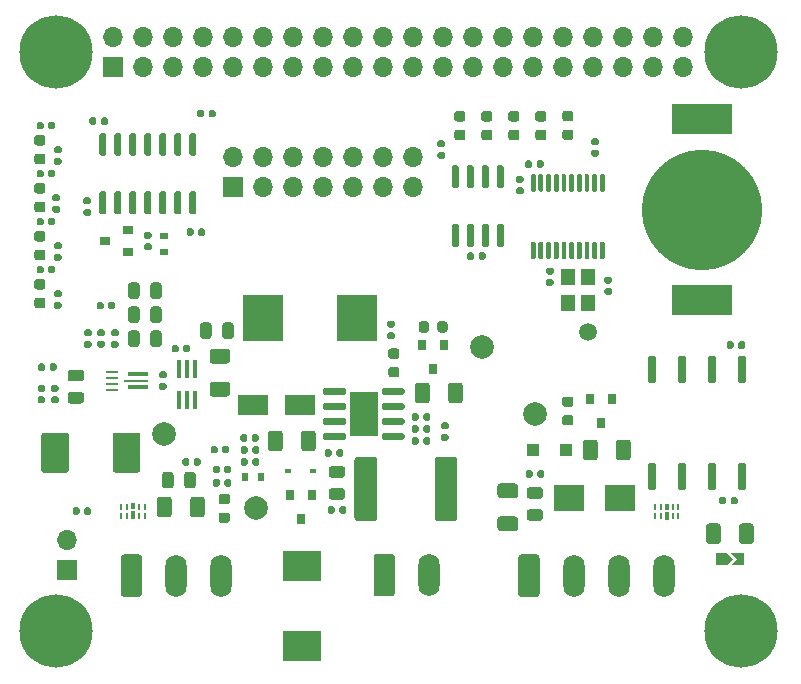
<source format=gbr>
%TF.GenerationSoftware,KiCad,Pcbnew,(5.1.8-0-10_14)*%
%TF.CreationDate,2020-11-27T15:46:17+02:00*%
%TF.ProjectId,SH-RPi,53482d52-5069-42e6-9b69-6361645f7063,revL*%
%TF.SameCoordinates,Original*%
%TF.FileFunction,Soldermask,Top*%
%TF.FilePolarity,Negative*%
%FSLAX46Y46*%
G04 Gerber Fmt 4.6, Leading zero omitted, Abs format (unit mm)*
G04 Created by KiCad (PCBNEW (5.1.8-0-10_14)) date 2020-11-27 15:46:17*
%MOMM*%
%LPD*%
G01*
G04 APERTURE LIST*
%ADD10R,1.050000X0.250000*%
%ADD11R,1.750000X0.350000*%
%ADD12R,2.050000X0.200000*%
%ADD13O,1.800000X3.600000*%
%ADD14C,0.150000*%
%ADD15C,2.000000*%
%ADD16C,1.500000*%
%ADD17C,10.200000*%
%ADD18R,5.100000X2.500000*%
%ADD19C,6.200000*%
%ADD20R,2.500000X1.800000*%
%ADD21R,0.600000X0.700000*%
%ADD22R,3.300000X2.500000*%
%ADD23R,0.600000X0.450000*%
%ADD24R,0.700000X0.600000*%
%ADD25R,0.900000X0.800000*%
%ADD26R,2.500000X2.300000*%
%ADD27R,1.100000X1.100000*%
%ADD28R,1.700000X1.700000*%
%ADD29O,1.700000X1.700000*%
%ADD30R,3.500000X4.000000*%
%ADD31R,0.800000X0.900000*%
%ADD32R,2.410000X3.810000*%
%ADD33R,0.400000X1.500000*%
%ADD34R,0.250000X0.625000*%
%ADD35R,0.450000X0.700000*%
%ADD36R,0.450000X0.575000*%
%ADD37R,1.200000X1.400000*%
G04 APERTURE END LIST*
D10*
%TO.C,U201*%
X28443000Y-50280000D03*
X28443000Y-49780000D03*
X28443000Y-49280000D03*
X28443000Y-48780000D03*
D11*
X30643000Y-48980000D03*
D12*
X30493000Y-49530000D03*
D11*
X30643000Y-50080000D03*
%TD*%
D13*
%TO.C,J701*%
X37719000Y-66040000D03*
X33909000Y-66040000D03*
G36*
G01*
X29199000Y-67590000D02*
X29199000Y-64490000D01*
G75*
G02*
X29449000Y-64240000I250000J0D01*
G01*
X30749000Y-64240000D01*
G75*
G02*
X30999000Y-64490000I0J-250000D01*
G01*
X30999000Y-67590000D01*
G75*
G02*
X30749000Y-67840000I-250000J0D01*
G01*
X29449000Y-67840000D01*
G75*
G02*
X29199000Y-67590000I0J250000D01*
G01*
G37*
%TD*%
%TO.C,J501*%
X55310000Y-66000000D03*
G36*
G01*
X50600000Y-67550000D02*
X50600000Y-64450000D01*
G75*
G02*
X50850000Y-64200000I250000J0D01*
G01*
X52150000Y-64200000D01*
G75*
G02*
X52400000Y-64450000I0J-250000D01*
G01*
X52400000Y-67550000D01*
G75*
G02*
X52150000Y-67800000I-250000J0D01*
G01*
X50850000Y-67800000D01*
G75*
G02*
X50600000Y-67550000I0J250000D01*
G01*
G37*
%TD*%
D14*
%TO.C,JP801*%
G36*
X81984700Y-65130300D02*
G01*
X80834700Y-65130300D01*
X81334700Y-64630300D01*
X80834700Y-64130300D01*
X81984700Y-64130300D01*
X81984700Y-65130300D01*
G37*
G36*
X81059700Y-64630300D02*
G01*
X80559700Y-65130300D01*
X79559700Y-65130300D01*
X79559700Y-64130300D01*
X80559700Y-64130300D01*
X81059700Y-64630300D01*
G37*
%TD*%
%TO.C,C914*%
G36*
G01*
X32593500Y-49720000D02*
X32938500Y-49720000D01*
G75*
G02*
X33086000Y-49867500I0J-147500D01*
G01*
X33086000Y-50162500D01*
G75*
G02*
X32938500Y-50310000I-147500J0D01*
G01*
X32593500Y-50310000D01*
G75*
G02*
X32446000Y-50162500I0J147500D01*
G01*
X32446000Y-49867500D01*
G75*
G02*
X32593500Y-49720000I147500J0D01*
G01*
G37*
G36*
G01*
X32593500Y-48750000D02*
X32938500Y-48750000D01*
G75*
G02*
X33086000Y-48897500I0J-147500D01*
G01*
X33086000Y-49192500D01*
G75*
G02*
X32938500Y-49340000I-147500J0D01*
G01*
X32593500Y-49340000D01*
G75*
G02*
X32446000Y-49192500I0J147500D01*
G01*
X32446000Y-48897500D01*
G75*
G02*
X32593500Y-48750000I147500J0D01*
G01*
G37*
%TD*%
%TO.C,C913*%
G36*
G01*
X22670000Y-39959500D02*
X22670000Y-40304500D01*
G75*
G02*
X22522500Y-40452000I-147500J0D01*
G01*
X22227500Y-40452000D01*
G75*
G02*
X22080000Y-40304500I0J147500D01*
G01*
X22080000Y-39959500D01*
G75*
G02*
X22227500Y-39812000I147500J0D01*
G01*
X22522500Y-39812000D01*
G75*
G02*
X22670000Y-39959500I0J-147500D01*
G01*
G37*
G36*
G01*
X23640000Y-39959500D02*
X23640000Y-40304500D01*
G75*
G02*
X23492500Y-40452000I-147500J0D01*
G01*
X23197500Y-40452000D01*
G75*
G02*
X23050000Y-40304500I0J147500D01*
G01*
X23050000Y-39959500D01*
G75*
G02*
X23197500Y-39812000I147500J0D01*
G01*
X23492500Y-39812000D01*
G75*
G02*
X23640000Y-39959500I0J-147500D01*
G01*
G37*
%TD*%
%TO.C,C912*%
G36*
G01*
X22670000Y-35895500D02*
X22670000Y-36240500D01*
G75*
G02*
X22522500Y-36388000I-147500J0D01*
G01*
X22227500Y-36388000D01*
G75*
G02*
X22080000Y-36240500I0J147500D01*
G01*
X22080000Y-35895500D01*
G75*
G02*
X22227500Y-35748000I147500J0D01*
G01*
X22522500Y-35748000D01*
G75*
G02*
X22670000Y-35895500I0J-147500D01*
G01*
G37*
G36*
G01*
X23640000Y-35895500D02*
X23640000Y-36240500D01*
G75*
G02*
X23492500Y-36388000I-147500J0D01*
G01*
X23197500Y-36388000D01*
G75*
G02*
X23050000Y-36240500I0J147500D01*
G01*
X23050000Y-35895500D01*
G75*
G02*
X23197500Y-35748000I147500J0D01*
G01*
X23492500Y-35748000D01*
G75*
G02*
X23640000Y-35895500I0J-147500D01*
G01*
G37*
%TD*%
%TO.C,C911*%
G36*
G01*
X22670000Y-31831500D02*
X22670000Y-32176500D01*
G75*
G02*
X22522500Y-32324000I-147500J0D01*
G01*
X22227500Y-32324000D01*
G75*
G02*
X22080000Y-32176500I0J147500D01*
G01*
X22080000Y-31831500D01*
G75*
G02*
X22227500Y-31684000I147500J0D01*
G01*
X22522500Y-31684000D01*
G75*
G02*
X22670000Y-31831500I0J-147500D01*
G01*
G37*
G36*
G01*
X23640000Y-31831500D02*
X23640000Y-32176500D01*
G75*
G02*
X23492500Y-32324000I-147500J0D01*
G01*
X23197500Y-32324000D01*
G75*
G02*
X23050000Y-32176500I0J147500D01*
G01*
X23050000Y-31831500D01*
G75*
G02*
X23197500Y-31684000I147500J0D01*
G01*
X23492500Y-31684000D01*
G75*
G02*
X23640000Y-31831500I0J-147500D01*
G01*
G37*
%TD*%
%TO.C,C910*%
G36*
G01*
X36259000Y-26751500D02*
X36259000Y-27096500D01*
G75*
G02*
X36111500Y-27244000I-147500J0D01*
G01*
X35816500Y-27244000D01*
G75*
G02*
X35669000Y-27096500I0J147500D01*
G01*
X35669000Y-26751500D01*
G75*
G02*
X35816500Y-26604000I147500J0D01*
G01*
X36111500Y-26604000D01*
G75*
G02*
X36259000Y-26751500I0J-147500D01*
G01*
G37*
G36*
G01*
X37229000Y-26751500D02*
X37229000Y-27096500D01*
G75*
G02*
X37081500Y-27244000I-147500J0D01*
G01*
X36786500Y-27244000D01*
G75*
G02*
X36639000Y-27096500I0J147500D01*
G01*
X36639000Y-26751500D01*
G75*
G02*
X36786500Y-26604000I147500J0D01*
G01*
X37081500Y-26604000D01*
G75*
G02*
X37229000Y-26751500I0J-147500D01*
G01*
G37*
%TD*%
%TO.C,C909*%
G36*
G01*
X56497000Y-29782000D02*
X56152000Y-29782000D01*
G75*
G02*
X56004500Y-29634500I0J147500D01*
G01*
X56004500Y-29339500D01*
G75*
G02*
X56152000Y-29192000I147500J0D01*
G01*
X56497000Y-29192000D01*
G75*
G02*
X56644500Y-29339500I0J-147500D01*
G01*
X56644500Y-29634500D01*
G75*
G02*
X56497000Y-29782000I-147500J0D01*
G01*
G37*
G36*
G01*
X56497000Y-30752000D02*
X56152000Y-30752000D01*
G75*
G02*
X56004500Y-30604500I0J147500D01*
G01*
X56004500Y-30309500D01*
G75*
G02*
X56152000Y-30162000I147500J0D01*
G01*
X56497000Y-30162000D01*
G75*
G02*
X56644500Y-30309500I0J-147500D01*
G01*
X56644500Y-30604500D01*
G75*
G02*
X56497000Y-30752000I-147500J0D01*
G01*
G37*
%TD*%
%TO.C,C908*%
G36*
G01*
X56469500Y-54038000D02*
X56814500Y-54038000D01*
G75*
G02*
X56962000Y-54185500I0J-147500D01*
G01*
X56962000Y-54480500D01*
G75*
G02*
X56814500Y-54628000I-147500J0D01*
G01*
X56469500Y-54628000D01*
G75*
G02*
X56322000Y-54480500I0J147500D01*
G01*
X56322000Y-54185500D01*
G75*
G02*
X56469500Y-54038000I147500J0D01*
G01*
G37*
G36*
G01*
X56469500Y-53068000D02*
X56814500Y-53068000D01*
G75*
G02*
X56962000Y-53215500I0J-147500D01*
G01*
X56962000Y-53510500D01*
G75*
G02*
X56814500Y-53658000I-147500J0D01*
G01*
X56469500Y-53658000D01*
G75*
G02*
X56322000Y-53510500I0J147500D01*
G01*
X56322000Y-53215500D01*
G75*
G02*
X56469500Y-53068000I147500J0D01*
G01*
G37*
%TD*%
%TO.C,C907*%
G36*
G01*
X37402000Y-55199500D02*
X37402000Y-55544500D01*
G75*
G02*
X37254500Y-55692000I-147500J0D01*
G01*
X36959500Y-55692000D01*
G75*
G02*
X36812000Y-55544500I0J147500D01*
G01*
X36812000Y-55199500D01*
G75*
G02*
X36959500Y-55052000I147500J0D01*
G01*
X37254500Y-55052000D01*
G75*
G02*
X37402000Y-55199500I0J-147500D01*
G01*
G37*
G36*
G01*
X38372000Y-55199500D02*
X38372000Y-55544500D01*
G75*
G02*
X38224500Y-55692000I-147500J0D01*
G01*
X37929500Y-55692000D01*
G75*
G02*
X37782000Y-55544500I0J147500D01*
G01*
X37782000Y-55199500D01*
G75*
G02*
X37929500Y-55052000I147500J0D01*
G01*
X38224500Y-55052000D01*
G75*
G02*
X38372000Y-55199500I0J-147500D01*
G01*
G37*
%TD*%
%TO.C,C906*%
G36*
G01*
X69169500Y-29984200D02*
X69514500Y-29984200D01*
G75*
G02*
X69662000Y-30131700I0J-147500D01*
G01*
X69662000Y-30426700D01*
G75*
G02*
X69514500Y-30574200I-147500J0D01*
G01*
X69169500Y-30574200D01*
G75*
G02*
X69022000Y-30426700I0J147500D01*
G01*
X69022000Y-30131700D01*
G75*
G02*
X69169500Y-29984200I147500J0D01*
G01*
G37*
G36*
G01*
X69169500Y-29014200D02*
X69514500Y-29014200D01*
G75*
G02*
X69662000Y-29161700I0J-147500D01*
G01*
X69662000Y-29456700D01*
G75*
G02*
X69514500Y-29604200I-147500J0D01*
G01*
X69169500Y-29604200D01*
G75*
G02*
X69022000Y-29456700I0J147500D01*
G01*
X69022000Y-29161700D01*
G75*
G02*
X69169500Y-29014200I147500J0D01*
G01*
G37*
%TD*%
%TO.C,C905*%
G36*
G01*
X35370000Y-36784500D02*
X35370000Y-37129500D01*
G75*
G02*
X35222500Y-37277000I-147500J0D01*
G01*
X34927500Y-37277000D01*
G75*
G02*
X34780000Y-37129500I0J147500D01*
G01*
X34780000Y-36784500D01*
G75*
G02*
X34927500Y-36637000I147500J0D01*
G01*
X35222500Y-36637000D01*
G75*
G02*
X35370000Y-36784500I0J-147500D01*
G01*
G37*
G36*
G01*
X36340000Y-36784500D02*
X36340000Y-37129500D01*
G75*
G02*
X36192500Y-37277000I-147500J0D01*
G01*
X35897500Y-37277000D01*
G75*
G02*
X35750000Y-37129500I0J147500D01*
G01*
X35750000Y-36784500D01*
G75*
G02*
X35897500Y-36637000I147500J0D01*
G01*
X36192500Y-36637000D01*
G75*
G02*
X36340000Y-36784500I0J-147500D01*
G01*
G37*
%TD*%
%TO.C,C904*%
G36*
G01*
X27520400Y-27731500D02*
X27520400Y-27386500D01*
G75*
G02*
X27667900Y-27239000I147500J0D01*
G01*
X27962900Y-27239000D01*
G75*
G02*
X28110400Y-27386500I0J-147500D01*
G01*
X28110400Y-27731500D01*
G75*
G02*
X27962900Y-27879000I-147500J0D01*
G01*
X27667900Y-27879000D01*
G75*
G02*
X27520400Y-27731500I0J147500D01*
G01*
G37*
G36*
G01*
X26550400Y-27731500D02*
X26550400Y-27386500D01*
G75*
G02*
X26697900Y-27239000I147500J0D01*
G01*
X26992900Y-27239000D01*
G75*
G02*
X27140400Y-27386500I0J-147500D01*
G01*
X27140400Y-27731500D01*
G75*
G02*
X26992900Y-27879000I-147500J0D01*
G01*
X26697900Y-27879000D01*
G75*
G02*
X26550400Y-27731500I0J147500D01*
G01*
G37*
%TD*%
%TO.C,C903*%
G36*
G01*
X28130000Y-43352500D02*
X28130000Y-43007500D01*
G75*
G02*
X28277500Y-42860000I147500J0D01*
G01*
X28572500Y-42860000D01*
G75*
G02*
X28720000Y-43007500I0J-147500D01*
G01*
X28720000Y-43352500D01*
G75*
G02*
X28572500Y-43500000I-147500J0D01*
G01*
X28277500Y-43500000D01*
G75*
G02*
X28130000Y-43352500I0J147500D01*
G01*
G37*
G36*
G01*
X27160000Y-43352500D02*
X27160000Y-43007500D01*
G75*
G02*
X27307500Y-42860000I147500J0D01*
G01*
X27602500Y-42860000D01*
G75*
G02*
X27750000Y-43007500I0J-147500D01*
G01*
X27750000Y-43352500D01*
G75*
G02*
X27602500Y-43500000I-147500J0D01*
G01*
X27307500Y-43500000D01*
G75*
G02*
X27160000Y-43352500I0J147500D01*
G01*
G37*
%TD*%
%TO.C,C902*%
G36*
G01*
X22797000Y-48214500D02*
X22797000Y-48559500D01*
G75*
G02*
X22649500Y-48707000I-147500J0D01*
G01*
X22354500Y-48707000D01*
G75*
G02*
X22207000Y-48559500I0J147500D01*
G01*
X22207000Y-48214500D01*
G75*
G02*
X22354500Y-48067000I147500J0D01*
G01*
X22649500Y-48067000D01*
G75*
G02*
X22797000Y-48214500I0J-147500D01*
G01*
G37*
G36*
G01*
X23767000Y-48214500D02*
X23767000Y-48559500D01*
G75*
G02*
X23619500Y-48707000I-147500J0D01*
G01*
X23324500Y-48707000D01*
G75*
G02*
X23177000Y-48559500I0J147500D01*
G01*
X23177000Y-48214500D01*
G75*
G02*
X23324500Y-48067000I147500J0D01*
G01*
X23619500Y-48067000D01*
G75*
G02*
X23767000Y-48214500I0J-147500D01*
G01*
G37*
%TD*%
%TO.C,C901*%
G36*
G01*
X22670000Y-27767500D02*
X22670000Y-28112500D01*
G75*
G02*
X22522500Y-28260000I-147500J0D01*
G01*
X22227500Y-28260000D01*
G75*
G02*
X22080000Y-28112500I0J147500D01*
G01*
X22080000Y-27767500D01*
G75*
G02*
X22227500Y-27620000I147500J0D01*
G01*
X22522500Y-27620000D01*
G75*
G02*
X22670000Y-27767500I0J-147500D01*
G01*
G37*
G36*
G01*
X23640000Y-27767500D02*
X23640000Y-28112500D01*
G75*
G02*
X23492500Y-28260000I-147500J0D01*
G01*
X23197500Y-28260000D01*
G75*
G02*
X23050000Y-28112500I0J147500D01*
G01*
X23050000Y-27767500D01*
G75*
G02*
X23197500Y-27620000I147500J0D01*
G01*
X23492500Y-27620000D01*
G75*
G02*
X23640000Y-27767500I0J-147500D01*
G01*
G37*
%TD*%
D15*
%TO.C,TP302*%
X32893000Y-54038500D03*
%TD*%
%TO.C,TP802*%
X64262000Y-52324000D03*
%TD*%
D16*
%TO.C,TP801*%
X68757800Y-45427900D03*
%TD*%
D15*
%TO.C,TP301*%
X59753500Y-46672500D03*
%TD*%
D17*
%TO.C,BT401*%
X78422500Y-35052000D03*
D18*
X78422500Y-27402000D03*
X78422500Y-42702000D03*
%TD*%
%TO.C,C308*%
G36*
G01*
X40322000Y-55564500D02*
X40322000Y-55219500D01*
G75*
G02*
X40469500Y-55072000I147500J0D01*
G01*
X40764500Y-55072000D01*
G75*
G02*
X40912000Y-55219500I0J-147500D01*
G01*
X40912000Y-55564500D01*
G75*
G02*
X40764500Y-55712000I-147500J0D01*
G01*
X40469500Y-55712000D01*
G75*
G02*
X40322000Y-55564500I0J147500D01*
G01*
G37*
G36*
G01*
X39352000Y-55564500D02*
X39352000Y-55219500D01*
G75*
G02*
X39499500Y-55072000I147500J0D01*
G01*
X39794500Y-55072000D01*
G75*
G02*
X39942000Y-55219500I0J-147500D01*
G01*
X39942000Y-55564500D01*
G75*
G02*
X39794500Y-55712000I-147500J0D01*
G01*
X39499500Y-55712000D01*
G75*
G02*
X39352000Y-55564500I0J147500D01*
G01*
G37*
%TD*%
D19*
%TO.C,*%
X81691000Y-21729200D03*
%TD*%
%TO.C,*%
X81691000Y-70729200D03*
%TD*%
%TO.C,*%
X23691000Y-70729200D03*
%TD*%
%TO.C,*%
X23691000Y-21729200D03*
%TD*%
%TO.C,C201*%
G36*
G01*
X25856250Y-51463000D02*
X24943750Y-51463000D01*
G75*
G02*
X24700000Y-51219250I0J243750D01*
G01*
X24700000Y-50731750D01*
G75*
G02*
X24943750Y-50488000I243750J0D01*
G01*
X25856250Y-50488000D01*
G75*
G02*
X26100000Y-50731750I0J-243750D01*
G01*
X26100000Y-51219250D01*
G75*
G02*
X25856250Y-51463000I-243750J0D01*
G01*
G37*
G36*
G01*
X25856250Y-49588000D02*
X24943750Y-49588000D01*
G75*
G02*
X24700000Y-49344250I0J243750D01*
G01*
X24700000Y-48856750D01*
G75*
G02*
X24943750Y-48613000I243750J0D01*
G01*
X25856250Y-48613000D01*
G75*
G02*
X26100000Y-48856750I0J-243750D01*
G01*
X26100000Y-49344250D01*
G75*
G02*
X25856250Y-49588000I-243750J0D01*
G01*
G37*
%TD*%
%TO.C,C202*%
G36*
G01*
X29817000Y-46430250D02*
X29817000Y-45517750D01*
G75*
G02*
X30060750Y-45274000I243750J0D01*
G01*
X30548250Y-45274000D01*
G75*
G02*
X30792000Y-45517750I0J-243750D01*
G01*
X30792000Y-46430250D01*
G75*
G02*
X30548250Y-46674000I-243750J0D01*
G01*
X30060750Y-46674000D01*
G75*
G02*
X29817000Y-46430250I0J243750D01*
G01*
G37*
G36*
G01*
X31692000Y-46430250D02*
X31692000Y-45517750D01*
G75*
G02*
X31935750Y-45274000I243750J0D01*
G01*
X32423250Y-45274000D01*
G75*
G02*
X32667000Y-45517750I0J-243750D01*
G01*
X32667000Y-46430250D01*
G75*
G02*
X32423250Y-46674000I-243750J0D01*
G01*
X31935750Y-46674000D01*
G75*
G02*
X31692000Y-46430250I0J243750D01*
G01*
G37*
%TD*%
%TO.C,C203*%
G36*
G01*
X29817000Y-42366250D02*
X29817000Y-41453750D01*
G75*
G02*
X30060750Y-41210000I243750J0D01*
G01*
X30548250Y-41210000D01*
G75*
G02*
X30792000Y-41453750I0J-243750D01*
G01*
X30792000Y-42366250D01*
G75*
G02*
X30548250Y-42610000I-243750J0D01*
G01*
X30060750Y-42610000D01*
G75*
G02*
X29817000Y-42366250I0J243750D01*
G01*
G37*
G36*
G01*
X31692000Y-42366250D02*
X31692000Y-41453750D01*
G75*
G02*
X31935750Y-41210000I243750J0D01*
G01*
X32423250Y-41210000D01*
G75*
G02*
X32667000Y-41453750I0J-243750D01*
G01*
X32667000Y-42366250D01*
G75*
G02*
X32423250Y-42610000I-243750J0D01*
G01*
X31935750Y-42610000D01*
G75*
G02*
X31692000Y-42366250I0J243750D01*
G01*
G37*
%TD*%
%TO.C,C204*%
G36*
G01*
X31692000Y-44398250D02*
X31692000Y-43485750D01*
G75*
G02*
X31935750Y-43242000I243750J0D01*
G01*
X32423250Y-43242000D01*
G75*
G02*
X32667000Y-43485750I0J-243750D01*
G01*
X32667000Y-44398250D01*
G75*
G02*
X32423250Y-44642000I-243750J0D01*
G01*
X31935750Y-44642000D01*
G75*
G02*
X31692000Y-44398250I0J243750D01*
G01*
G37*
G36*
G01*
X29817000Y-44398250D02*
X29817000Y-43485750D01*
G75*
G02*
X30060750Y-43242000I243750J0D01*
G01*
X30548250Y-43242000D01*
G75*
G02*
X30792000Y-43485750I0J-243750D01*
G01*
X30792000Y-44398250D01*
G75*
G02*
X30548250Y-44642000I-243750J0D01*
G01*
X30060750Y-44642000D01*
G75*
G02*
X29817000Y-44398250I0J243750D01*
G01*
G37*
%TD*%
%TO.C,C301*%
G36*
G01*
X42913000Y-54005000D02*
X42913000Y-55255000D01*
G75*
G02*
X42663000Y-55505000I-250000J0D01*
G01*
X41913000Y-55505000D01*
G75*
G02*
X41663000Y-55255000I0J250000D01*
G01*
X41663000Y-54005000D01*
G75*
G02*
X41913000Y-53755000I250000J0D01*
G01*
X42663000Y-53755000D01*
G75*
G02*
X42913000Y-54005000I0J-250000D01*
G01*
G37*
G36*
G01*
X45713000Y-54005000D02*
X45713000Y-55255000D01*
G75*
G02*
X45463000Y-55505000I-250000J0D01*
G01*
X44713000Y-55505000D01*
G75*
G02*
X44463000Y-55255000I0J250000D01*
G01*
X44463000Y-54005000D01*
G75*
G02*
X44713000Y-53755000I250000J0D01*
G01*
X45463000Y-53755000D01*
G75*
G02*
X45713000Y-54005000I0J-250000D01*
G01*
G37*
%TD*%
%TO.C,C302*%
G36*
G01*
X54109000Y-51191000D02*
X54109000Y-49941000D01*
G75*
G02*
X54359000Y-49691000I250000J0D01*
G01*
X55109000Y-49691000D01*
G75*
G02*
X55359000Y-49941000I0J-250000D01*
G01*
X55359000Y-51191000D01*
G75*
G02*
X55109000Y-51441000I-250000J0D01*
G01*
X54359000Y-51441000D01*
G75*
G02*
X54109000Y-51191000I0J250000D01*
G01*
G37*
G36*
G01*
X56909000Y-51191000D02*
X56909000Y-49941000D01*
G75*
G02*
X57159000Y-49691000I250000J0D01*
G01*
X57909000Y-49691000D01*
G75*
G02*
X58159000Y-49941000I0J-250000D01*
G01*
X58159000Y-51191000D01*
G75*
G02*
X57909000Y-51441000I-250000J0D01*
G01*
X57159000Y-51441000D01*
G75*
G02*
X56909000Y-51191000I0J250000D01*
G01*
G37*
%TD*%
%TO.C,C303*%
G36*
G01*
X54426500Y-45234250D02*
X54426500Y-44721750D01*
G75*
G02*
X54645250Y-44503000I218750J0D01*
G01*
X55082750Y-44503000D01*
G75*
G02*
X55301500Y-44721750I0J-218750D01*
G01*
X55301500Y-45234250D01*
G75*
G02*
X55082750Y-45453000I-218750J0D01*
G01*
X54645250Y-45453000D01*
G75*
G02*
X54426500Y-45234250I0J218750D01*
G01*
G37*
G36*
G01*
X56001500Y-45234250D02*
X56001500Y-44721750D01*
G75*
G02*
X56220250Y-44503000I218750J0D01*
G01*
X56657750Y-44503000D01*
G75*
G02*
X56876500Y-44721750I0J-218750D01*
G01*
X56876500Y-45234250D01*
G75*
G02*
X56657750Y-45453000I-218750J0D01*
G01*
X56220250Y-45453000D01*
G75*
G02*
X56001500Y-45234250I0J218750D01*
G01*
G37*
%TD*%
%TO.C,C304*%
G36*
G01*
X51897500Y-45422000D02*
X52242500Y-45422000D01*
G75*
G02*
X52390000Y-45569500I0J-147500D01*
G01*
X52390000Y-45864500D01*
G75*
G02*
X52242500Y-46012000I-147500J0D01*
G01*
X51897500Y-46012000D01*
G75*
G02*
X51750000Y-45864500I0J147500D01*
G01*
X51750000Y-45569500D01*
G75*
G02*
X51897500Y-45422000I147500J0D01*
G01*
G37*
G36*
G01*
X51897500Y-44452000D02*
X52242500Y-44452000D01*
G75*
G02*
X52390000Y-44599500I0J-147500D01*
G01*
X52390000Y-44894500D01*
G75*
G02*
X52242500Y-45042000I-147500J0D01*
G01*
X51897500Y-45042000D01*
G75*
G02*
X51750000Y-44894500I0J147500D01*
G01*
X51750000Y-44599500D01*
G75*
G02*
X51897500Y-44452000I147500J0D01*
G01*
G37*
%TD*%
%TO.C,C305*%
G36*
G01*
X36888000Y-44839250D02*
X36888000Y-45751750D01*
G75*
G02*
X36644250Y-45995500I-243750J0D01*
G01*
X36156750Y-45995500D01*
G75*
G02*
X35913000Y-45751750I0J243750D01*
G01*
X35913000Y-44839250D01*
G75*
G02*
X36156750Y-44595500I243750J0D01*
G01*
X36644250Y-44595500D01*
G75*
G02*
X36888000Y-44839250I0J-243750D01*
G01*
G37*
G36*
G01*
X38763000Y-44839250D02*
X38763000Y-45751750D01*
G75*
G02*
X38519250Y-45995500I-243750J0D01*
G01*
X38031750Y-45995500D01*
G75*
G02*
X37788000Y-45751750I0J243750D01*
G01*
X37788000Y-44839250D01*
G75*
G02*
X38031750Y-44595500I243750J0D01*
G01*
X38519250Y-44595500D01*
G75*
G02*
X38763000Y-44839250I0J-243750D01*
G01*
G37*
%TD*%
%TO.C,C306*%
G36*
G01*
X55390000Y-52425500D02*
X55390000Y-52770500D01*
G75*
G02*
X55242500Y-52918000I-147500J0D01*
G01*
X54947500Y-52918000D01*
G75*
G02*
X54800000Y-52770500I0J147500D01*
G01*
X54800000Y-52425500D01*
G75*
G02*
X54947500Y-52278000I147500J0D01*
G01*
X55242500Y-52278000D01*
G75*
G02*
X55390000Y-52425500I0J-147500D01*
G01*
G37*
G36*
G01*
X54420000Y-52425500D02*
X54420000Y-52770500D01*
G75*
G02*
X54272500Y-52918000I-147500J0D01*
G01*
X53977500Y-52918000D01*
G75*
G02*
X53830000Y-52770500I0J147500D01*
G01*
X53830000Y-52425500D01*
G75*
G02*
X53977500Y-52278000I147500J0D01*
G01*
X54272500Y-52278000D01*
G75*
G02*
X54420000Y-52425500I0J-147500D01*
G01*
G37*
%TD*%
%TO.C,C307*%
G36*
G01*
X34100000Y-46647000D02*
X34100000Y-46992000D01*
G75*
G02*
X33952500Y-47139500I-147500J0D01*
G01*
X33657500Y-47139500D01*
G75*
G02*
X33510000Y-46992000I0J147500D01*
G01*
X33510000Y-46647000D01*
G75*
G02*
X33657500Y-46499500I147500J0D01*
G01*
X33952500Y-46499500D01*
G75*
G02*
X34100000Y-46647000I0J-147500D01*
G01*
G37*
G36*
G01*
X35070000Y-46647000D02*
X35070000Y-46992000D01*
G75*
G02*
X34922500Y-47139500I-147500J0D01*
G01*
X34627500Y-47139500D01*
G75*
G02*
X34480000Y-46992000I0J147500D01*
G01*
X34480000Y-46647000D01*
G75*
G02*
X34627500Y-46499500I147500J0D01*
G01*
X34922500Y-46499500D01*
G75*
G02*
X35070000Y-46647000I0J-147500D01*
G01*
G37*
%TD*%
%TO.C,C401*%
G36*
G01*
X59499000Y-39161500D02*
X59499000Y-38816500D01*
G75*
G02*
X59646500Y-38669000I147500J0D01*
G01*
X59941500Y-38669000D01*
G75*
G02*
X60089000Y-38816500I0J-147500D01*
G01*
X60089000Y-39161500D01*
G75*
G02*
X59941500Y-39309000I-147500J0D01*
G01*
X59646500Y-39309000D01*
G75*
G02*
X59499000Y-39161500I0J147500D01*
G01*
G37*
G36*
G01*
X58529000Y-39161500D02*
X58529000Y-38816500D01*
G75*
G02*
X58676500Y-38669000I147500J0D01*
G01*
X58971500Y-38669000D01*
G75*
G02*
X59119000Y-38816500I0J-147500D01*
G01*
X59119000Y-39161500D01*
G75*
G02*
X58971500Y-39309000I-147500J0D01*
G01*
X58676500Y-39309000D01*
G75*
G02*
X58529000Y-39161500I0J147500D01*
G01*
G37*
%TD*%
%TO.C,C501*%
G36*
G01*
X46718000Y-60644500D02*
X46718000Y-60299500D01*
G75*
G02*
X46865500Y-60152000I147500J0D01*
G01*
X47160500Y-60152000D01*
G75*
G02*
X47308000Y-60299500I0J-147500D01*
G01*
X47308000Y-60644500D01*
G75*
G02*
X47160500Y-60792000I-147500J0D01*
G01*
X46865500Y-60792000D01*
G75*
G02*
X46718000Y-60644500I0J147500D01*
G01*
G37*
G36*
G01*
X47688000Y-60644500D02*
X47688000Y-60299500D01*
G75*
G02*
X47835500Y-60152000I147500J0D01*
G01*
X48130500Y-60152000D01*
G75*
G02*
X48278000Y-60299500I0J-147500D01*
G01*
X48278000Y-60644500D01*
G75*
G02*
X48130500Y-60792000I-147500J0D01*
G01*
X47835500Y-60792000D01*
G75*
G02*
X47688000Y-60644500I0J147500D01*
G01*
G37*
%TD*%
%TO.C,C601*%
G36*
G01*
X37590999Y-56870500D02*
X37590999Y-57215500D01*
G75*
G02*
X37443499Y-57363000I-147500J0D01*
G01*
X37148499Y-57363000D01*
G75*
G02*
X37000999Y-57215500I0J147500D01*
G01*
X37000999Y-56870500D01*
G75*
G02*
X37148499Y-56723000I147500J0D01*
G01*
X37443499Y-56723000D01*
G75*
G02*
X37590999Y-56870500I0J-147500D01*
G01*
G37*
G36*
G01*
X38560999Y-56870500D02*
X38560999Y-57215500D01*
G75*
G02*
X38413499Y-57363000I-147500J0D01*
G01*
X38118499Y-57363000D01*
G75*
G02*
X37970999Y-57215500I0J147500D01*
G01*
X37970999Y-56870500D01*
G75*
G02*
X38118499Y-56723000I147500J0D01*
G01*
X38413499Y-56723000D01*
G75*
G02*
X38560999Y-56870500I0J-147500D01*
G01*
G37*
%TD*%
%TO.C,C602*%
G36*
G01*
X26192700Y-34988000D02*
X26537700Y-34988000D01*
G75*
G02*
X26685200Y-35135500I0J-147500D01*
G01*
X26685200Y-35430500D01*
G75*
G02*
X26537700Y-35578000I-147500J0D01*
G01*
X26192700Y-35578000D01*
G75*
G02*
X26045200Y-35430500I0J147500D01*
G01*
X26045200Y-35135500D01*
G75*
G02*
X26192700Y-34988000I147500J0D01*
G01*
G37*
G36*
G01*
X26192700Y-34018000D02*
X26537700Y-34018000D01*
G75*
G02*
X26685200Y-34165500I0J-147500D01*
G01*
X26685200Y-34460500D01*
G75*
G02*
X26537700Y-34608000I-147500J0D01*
G01*
X26192700Y-34608000D01*
G75*
G02*
X26045200Y-34460500I0J147500D01*
G01*
X26045200Y-34165500D01*
G75*
G02*
X26192700Y-34018000I147500J0D01*
G01*
G37*
%TD*%
%TO.C,C701*%
G36*
G01*
X35069000Y-60855000D02*
X35069000Y-59605000D01*
G75*
G02*
X35319000Y-59355000I250000J0D01*
G01*
X36069000Y-59355000D01*
G75*
G02*
X36319000Y-59605000I0J-250000D01*
G01*
X36319000Y-60855000D01*
G75*
G02*
X36069000Y-61105000I-250000J0D01*
G01*
X35319000Y-61105000D01*
G75*
G02*
X35069000Y-60855000I0J250000D01*
G01*
G37*
G36*
G01*
X32269000Y-60855000D02*
X32269000Y-59605000D01*
G75*
G02*
X32519000Y-59355000I250000J0D01*
G01*
X33269000Y-59355000D01*
G75*
G02*
X33519000Y-59605000I0J-250000D01*
G01*
X33519000Y-60855000D01*
G75*
G02*
X33269000Y-61105000I-250000J0D01*
G01*
X32519000Y-61105000D01*
G75*
G02*
X32269000Y-60855000I0J250000D01*
G01*
G37*
%TD*%
%TO.C,C702*%
G36*
G01*
X34403000Y-56592500D02*
X34403000Y-56247500D01*
G75*
G02*
X34550500Y-56100000I147500J0D01*
G01*
X34845500Y-56100000D01*
G75*
G02*
X34993000Y-56247500I0J-147500D01*
G01*
X34993000Y-56592500D01*
G75*
G02*
X34845500Y-56740000I-147500J0D01*
G01*
X34550500Y-56740000D01*
G75*
G02*
X34403000Y-56592500I0J147500D01*
G01*
G37*
G36*
G01*
X35373000Y-56592500D02*
X35373000Y-56247500D01*
G75*
G02*
X35520500Y-56100000I147500J0D01*
G01*
X35815500Y-56100000D01*
G75*
G02*
X35963000Y-56247500I0J-147500D01*
G01*
X35963000Y-56592500D01*
G75*
G02*
X35815500Y-56740000I-147500J0D01*
G01*
X35520500Y-56740000D01*
G75*
G02*
X35373000Y-56592500I0J147500D01*
G01*
G37*
%TD*%
%TO.C,C801*%
G36*
G01*
X65061000Y-57259500D02*
X65061000Y-57604500D01*
G75*
G02*
X64913500Y-57752000I-147500J0D01*
G01*
X64618500Y-57752000D01*
G75*
G02*
X64471000Y-57604500I0J147500D01*
G01*
X64471000Y-57259500D01*
G75*
G02*
X64618500Y-57112000I147500J0D01*
G01*
X64913500Y-57112000D01*
G75*
G02*
X65061000Y-57259500I0J-147500D01*
G01*
G37*
G36*
G01*
X64091000Y-57259500D02*
X64091000Y-57604500D01*
G75*
G02*
X63943500Y-57752000I-147500J0D01*
G01*
X63648500Y-57752000D01*
G75*
G02*
X63501000Y-57604500I0J147500D01*
G01*
X63501000Y-57259500D01*
G75*
G02*
X63648500Y-57112000I147500J0D01*
G01*
X63943500Y-57112000D01*
G75*
G02*
X64091000Y-57259500I0J-147500D01*
G01*
G37*
%TD*%
%TO.C,C802*%
G36*
G01*
X68329000Y-56025000D02*
X68329000Y-54775000D01*
G75*
G02*
X68579000Y-54525000I250000J0D01*
G01*
X69329000Y-54525000D01*
G75*
G02*
X69579000Y-54775000I0J-250000D01*
G01*
X69579000Y-56025000D01*
G75*
G02*
X69329000Y-56275000I-250000J0D01*
G01*
X68579000Y-56275000D01*
G75*
G02*
X68329000Y-56025000I0J250000D01*
G01*
G37*
G36*
G01*
X71129000Y-56025000D02*
X71129000Y-54775000D01*
G75*
G02*
X71379000Y-54525000I250000J0D01*
G01*
X72129000Y-54525000D01*
G75*
G02*
X72379000Y-54775000I0J-250000D01*
G01*
X72379000Y-56025000D01*
G75*
G02*
X72129000Y-56275000I-250000J0D01*
G01*
X71379000Y-56275000D01*
G75*
G02*
X71129000Y-56025000I0J250000D01*
G01*
G37*
%TD*%
%TO.C,C805*%
G36*
G01*
X66795750Y-50873000D02*
X67308250Y-50873000D01*
G75*
G02*
X67527000Y-51091750I0J-218750D01*
G01*
X67527000Y-51529250D01*
G75*
G02*
X67308250Y-51748000I-218750J0D01*
G01*
X66795750Y-51748000D01*
G75*
G02*
X66577000Y-51529250I0J218750D01*
G01*
X66577000Y-51091750D01*
G75*
G02*
X66795750Y-50873000I218750J0D01*
G01*
G37*
G36*
G01*
X66795750Y-52448000D02*
X67308250Y-52448000D01*
G75*
G02*
X67527000Y-52666750I0J-218750D01*
G01*
X67527000Y-53104250D01*
G75*
G02*
X67308250Y-53323000I-218750J0D01*
G01*
X66795750Y-53323000D01*
G75*
G02*
X66577000Y-53104250I0J218750D01*
G01*
X66577000Y-52666750D01*
G75*
G02*
X66795750Y-52448000I218750J0D01*
G01*
G37*
%TD*%
%TO.C,C806*%
G36*
G01*
X62806800Y-32201900D02*
X63151800Y-32201900D01*
G75*
G02*
X63299300Y-32349400I0J-147500D01*
G01*
X63299300Y-32644400D01*
G75*
G02*
X63151800Y-32791900I-147500J0D01*
G01*
X62806800Y-32791900D01*
G75*
G02*
X62659300Y-32644400I0J147500D01*
G01*
X62659300Y-32349400D01*
G75*
G02*
X62806800Y-32201900I147500J0D01*
G01*
G37*
G36*
G01*
X62806800Y-33171900D02*
X63151800Y-33171900D01*
G75*
G02*
X63299300Y-33319400I0J-147500D01*
G01*
X63299300Y-33614400D01*
G75*
G02*
X63151800Y-33761900I-147500J0D01*
G01*
X62806800Y-33761900D01*
G75*
G02*
X62659300Y-33614400I0J147500D01*
G01*
X62659300Y-33319400D01*
G75*
G02*
X62806800Y-33171900I147500J0D01*
G01*
G37*
%TD*%
%TO.C,C807*%
G36*
G01*
X81086000Y-46337500D02*
X81086000Y-46682500D01*
G75*
G02*
X80938500Y-46830000I-147500J0D01*
G01*
X80643500Y-46830000D01*
G75*
G02*
X80496000Y-46682500I0J147500D01*
G01*
X80496000Y-46337500D01*
G75*
G02*
X80643500Y-46190000I147500J0D01*
G01*
X80938500Y-46190000D01*
G75*
G02*
X81086000Y-46337500I0J-147500D01*
G01*
G37*
G36*
G01*
X82056000Y-46337500D02*
X82056000Y-46682500D01*
G75*
G02*
X81908500Y-46830000I-147500J0D01*
G01*
X81613500Y-46830000D01*
G75*
G02*
X81466000Y-46682500I0J147500D01*
G01*
X81466000Y-46337500D01*
G75*
G02*
X81613500Y-46190000I147500J0D01*
G01*
X81908500Y-46190000D01*
G75*
G02*
X82056000Y-46337500I0J-147500D01*
G01*
G37*
%TD*%
%TO.C,C808*%
G36*
G01*
X81425000Y-59517500D02*
X81425000Y-59862500D01*
G75*
G02*
X81277500Y-60010000I-147500J0D01*
G01*
X80982500Y-60010000D01*
G75*
G02*
X80835000Y-59862500I0J147500D01*
G01*
X80835000Y-59517500D01*
G75*
G02*
X80982500Y-59370000I147500J0D01*
G01*
X81277500Y-59370000D01*
G75*
G02*
X81425000Y-59517500I0J-147500D01*
G01*
G37*
G36*
G01*
X80455000Y-59517500D02*
X80455000Y-59862500D01*
G75*
G02*
X80307500Y-60010000I-147500J0D01*
G01*
X80012500Y-60010000D01*
G75*
G02*
X79865000Y-59862500I0J147500D01*
G01*
X79865000Y-59517500D01*
G75*
G02*
X80012500Y-59370000I147500J0D01*
G01*
X80307500Y-59370000D01*
G75*
G02*
X80455000Y-59517500I0J-147500D01*
G01*
G37*
%TD*%
D20*
%TO.C,D301*%
X44418000Y-51582000D03*
X40418000Y-51582000D03*
%TD*%
D21*
%TO.C,D302*%
X41086000Y-57678000D03*
X39686000Y-57678000D03*
%TD*%
D22*
%TO.C,D501*%
X44577000Y-65180000D03*
X44577000Y-71980000D03*
%TD*%
D23*
%TO.C,D502*%
X43400000Y-57170000D03*
X45500000Y-57170000D03*
%TD*%
D24*
%TO.C,D601*%
X32893000Y-37273000D03*
X32893000Y-38673000D03*
%TD*%
D25*
%TO.C,D602*%
X27829000Y-37719000D03*
X29829000Y-36769000D03*
X29829000Y-38669000D03*
%TD*%
%TO.C,D701*%
G36*
G01*
X22095750Y-30322000D02*
X22608250Y-30322000D01*
G75*
G02*
X22827000Y-30540750I0J-218750D01*
G01*
X22827000Y-30978250D01*
G75*
G02*
X22608250Y-31197000I-218750J0D01*
G01*
X22095750Y-31197000D01*
G75*
G02*
X21877000Y-30978250I0J218750D01*
G01*
X21877000Y-30540750D01*
G75*
G02*
X22095750Y-30322000I218750J0D01*
G01*
G37*
G36*
G01*
X22095750Y-28747000D02*
X22608250Y-28747000D01*
G75*
G02*
X22827000Y-28965750I0J-218750D01*
G01*
X22827000Y-29403250D01*
G75*
G02*
X22608250Y-29622000I-218750J0D01*
G01*
X22095750Y-29622000D01*
G75*
G02*
X21877000Y-29403250I0J218750D01*
G01*
X21877000Y-28965750D01*
G75*
G02*
X22095750Y-28747000I218750J0D01*
G01*
G37*
%TD*%
%TO.C,D702*%
G36*
G01*
X22095750Y-32811000D02*
X22608250Y-32811000D01*
G75*
G02*
X22827000Y-33029750I0J-218750D01*
G01*
X22827000Y-33467250D01*
G75*
G02*
X22608250Y-33686000I-218750J0D01*
G01*
X22095750Y-33686000D01*
G75*
G02*
X21877000Y-33467250I0J218750D01*
G01*
X21877000Y-33029750D01*
G75*
G02*
X22095750Y-32811000I218750J0D01*
G01*
G37*
G36*
G01*
X22095750Y-34386000D02*
X22608250Y-34386000D01*
G75*
G02*
X22827000Y-34604750I0J-218750D01*
G01*
X22827000Y-35042250D01*
G75*
G02*
X22608250Y-35261000I-218750J0D01*
G01*
X22095750Y-35261000D01*
G75*
G02*
X21877000Y-35042250I0J218750D01*
G01*
X21877000Y-34604750D01*
G75*
G02*
X22095750Y-34386000I218750J0D01*
G01*
G37*
%TD*%
%TO.C,D703*%
G36*
G01*
X22095750Y-38450000D02*
X22608250Y-38450000D01*
G75*
G02*
X22827000Y-38668750I0J-218750D01*
G01*
X22827000Y-39106250D01*
G75*
G02*
X22608250Y-39325000I-218750J0D01*
G01*
X22095750Y-39325000D01*
G75*
G02*
X21877000Y-39106250I0J218750D01*
G01*
X21877000Y-38668750D01*
G75*
G02*
X22095750Y-38450000I218750J0D01*
G01*
G37*
G36*
G01*
X22095750Y-36875000D02*
X22608250Y-36875000D01*
G75*
G02*
X22827000Y-37093750I0J-218750D01*
G01*
X22827000Y-37531250D01*
G75*
G02*
X22608250Y-37750000I-218750J0D01*
G01*
X22095750Y-37750000D01*
G75*
G02*
X21877000Y-37531250I0J218750D01*
G01*
X21877000Y-37093750D01*
G75*
G02*
X22095750Y-36875000I218750J0D01*
G01*
G37*
%TD*%
%TO.C,D704*%
G36*
G01*
X22095750Y-40939000D02*
X22608250Y-40939000D01*
G75*
G02*
X22827000Y-41157750I0J-218750D01*
G01*
X22827000Y-41595250D01*
G75*
G02*
X22608250Y-41814000I-218750J0D01*
G01*
X22095750Y-41814000D01*
G75*
G02*
X21877000Y-41595250I0J218750D01*
G01*
X21877000Y-41157750D01*
G75*
G02*
X22095750Y-40939000I218750J0D01*
G01*
G37*
G36*
G01*
X22095750Y-42514000D02*
X22608250Y-42514000D01*
G75*
G02*
X22827000Y-42732750I0J-218750D01*
G01*
X22827000Y-43170250D01*
G75*
G02*
X22608250Y-43389000I-218750J0D01*
G01*
X22095750Y-43389000D01*
G75*
G02*
X21877000Y-43170250I0J218750D01*
G01*
X21877000Y-42732750D01*
G75*
G02*
X22095750Y-42514000I218750J0D01*
G01*
G37*
%TD*%
D26*
%TO.C,D801*%
X67188000Y-59464000D03*
X71488000Y-59464000D03*
%TD*%
D27*
%TO.C,D802*%
X66928000Y-55400000D03*
X64128000Y-55400000D03*
%TD*%
%TO.C,F501*%
G36*
G01*
X48990000Y-61169001D02*
X48990000Y-56218999D01*
G75*
G02*
X49239999Y-55969000I249999J0D01*
G01*
X50665001Y-55969000D01*
G75*
G02*
X50915000Y-56218999I0J-249999D01*
G01*
X50915000Y-61169001D01*
G75*
G02*
X50665001Y-61419000I-249999J0D01*
G01*
X49239999Y-61419000D01*
G75*
G02*
X48990000Y-61169001I0J249999D01*
G01*
G37*
G36*
G01*
X55765000Y-61169001D02*
X55765000Y-56218999D01*
G75*
G02*
X56014999Y-55969000I249999J0D01*
G01*
X57440001Y-55969000D01*
G75*
G02*
X57690000Y-56218999I0J-249999D01*
G01*
X57690000Y-61169001D01*
G75*
G02*
X57440001Y-61419000I-249999J0D01*
G01*
X56014999Y-61419000D01*
G75*
G02*
X55765000Y-61169001I0J249999D01*
G01*
G37*
%TD*%
%TO.C,F801*%
G36*
G01*
X61347000Y-58225000D02*
X62597000Y-58225000D01*
G75*
G02*
X62847000Y-58475000I0J-250000D01*
G01*
X62847000Y-59225000D01*
G75*
G02*
X62597000Y-59475000I-250000J0D01*
G01*
X61347000Y-59475000D01*
G75*
G02*
X61097000Y-59225000I0J250000D01*
G01*
X61097000Y-58475000D01*
G75*
G02*
X61347000Y-58225000I250000J0D01*
G01*
G37*
G36*
G01*
X61347000Y-61025000D02*
X62597000Y-61025000D01*
G75*
G02*
X62847000Y-61275000I0J-250000D01*
G01*
X62847000Y-62025000D01*
G75*
G02*
X62597000Y-62275000I-250000J0D01*
G01*
X61347000Y-62275000D01*
G75*
G02*
X61097000Y-62025000I0J250000D01*
G01*
X61097000Y-61275000D01*
G75*
G02*
X61347000Y-61025000I250000J0D01*
G01*
G37*
%TD*%
%TO.C,FB501*%
G36*
G01*
X47954250Y-57736000D02*
X47041750Y-57736000D01*
G75*
G02*
X46798000Y-57492250I0J243750D01*
G01*
X46798000Y-57004750D01*
G75*
G02*
X47041750Y-56761000I243750J0D01*
G01*
X47954250Y-56761000D01*
G75*
G02*
X48198000Y-57004750I0J-243750D01*
G01*
X48198000Y-57492250D01*
G75*
G02*
X47954250Y-57736000I-243750J0D01*
G01*
G37*
G36*
G01*
X47954250Y-59611000D02*
X47041750Y-59611000D01*
G75*
G02*
X46798000Y-59367250I0J243750D01*
G01*
X46798000Y-58879750D01*
G75*
G02*
X47041750Y-58636000I243750J0D01*
G01*
X47954250Y-58636000D01*
G75*
G02*
X48198000Y-58879750I0J-243750D01*
G01*
X48198000Y-59367250D01*
G75*
G02*
X47954250Y-59611000I-243750J0D01*
G01*
G37*
%TD*%
%TO.C,FB701*%
G36*
G01*
X32693500Y-58400250D02*
X32693500Y-57487750D01*
G75*
G02*
X32937250Y-57244000I243750J0D01*
G01*
X33424750Y-57244000D01*
G75*
G02*
X33668500Y-57487750I0J-243750D01*
G01*
X33668500Y-58400250D01*
G75*
G02*
X33424750Y-58644000I-243750J0D01*
G01*
X32937250Y-58644000D01*
G75*
G02*
X32693500Y-58400250I0J243750D01*
G01*
G37*
G36*
G01*
X34568500Y-58400250D02*
X34568500Y-57487750D01*
G75*
G02*
X34812250Y-57244000I243750J0D01*
G01*
X35299750Y-57244000D01*
G75*
G02*
X35543500Y-57487750I0J-243750D01*
G01*
X35543500Y-58400250D01*
G75*
G02*
X35299750Y-58644000I-243750J0D01*
G01*
X34812250Y-58644000D01*
G75*
G02*
X34568500Y-58400250I0J243750D01*
G01*
G37*
%TD*%
%TO.C,FB801*%
G36*
G01*
X63801750Y-58547000D02*
X64714250Y-58547000D01*
G75*
G02*
X64958000Y-58790750I0J-243750D01*
G01*
X64958000Y-59278250D01*
G75*
G02*
X64714250Y-59522000I-243750J0D01*
G01*
X63801750Y-59522000D01*
G75*
G02*
X63558000Y-59278250I0J243750D01*
G01*
X63558000Y-58790750D01*
G75*
G02*
X63801750Y-58547000I243750J0D01*
G01*
G37*
G36*
G01*
X63801750Y-60422000D02*
X64714250Y-60422000D01*
G75*
G02*
X64958000Y-60665750I0J-243750D01*
G01*
X64958000Y-61153250D01*
G75*
G02*
X64714250Y-61397000I-243750J0D01*
G01*
X63801750Y-61397000D01*
G75*
G02*
X63558000Y-61153250I0J243750D01*
G01*
X63558000Y-60665750D01*
G75*
G02*
X63801750Y-60422000I243750J0D01*
G01*
G37*
%TD*%
D28*
%TO.C,J601*%
X38740000Y-33160000D03*
D29*
X38740000Y-30620000D03*
X41280000Y-33160000D03*
X41280000Y-30620000D03*
X43820000Y-33160000D03*
X43820000Y-30620000D03*
X46360000Y-33160000D03*
X46360000Y-30620000D03*
X48900000Y-33160000D03*
X48900000Y-30620000D03*
X51440000Y-33160000D03*
X51440000Y-30620000D03*
X53980000Y-33160000D03*
X53980000Y-30620000D03*
%TD*%
D28*
%TO.C,J702*%
X28573000Y-23012400D03*
D29*
X28573000Y-20472400D03*
X31113000Y-23012400D03*
X31113000Y-20472400D03*
X33653000Y-23012400D03*
X33653000Y-20472400D03*
X36193000Y-23012400D03*
X36193000Y-20472400D03*
X38733000Y-23012400D03*
X38733000Y-20472400D03*
X41273000Y-23012400D03*
X41273000Y-20472400D03*
X43813000Y-23012400D03*
X43813000Y-20472400D03*
X46353000Y-23012400D03*
X46353000Y-20472400D03*
X48893000Y-23012400D03*
X48893000Y-20472400D03*
X51433000Y-23012400D03*
X51433000Y-20472400D03*
X53973000Y-23012400D03*
X53973000Y-20472400D03*
X56513000Y-23012400D03*
X56513000Y-20472400D03*
X59053000Y-23012400D03*
X59053000Y-20472400D03*
X61593000Y-23012400D03*
X61593000Y-20472400D03*
X64133000Y-23012400D03*
X64133000Y-20472400D03*
X66673000Y-23012400D03*
X66673000Y-20472400D03*
X69213000Y-23012400D03*
X69213000Y-20472400D03*
X71753000Y-23012400D03*
X71753000Y-20472400D03*
X74293000Y-23012400D03*
X74293000Y-20472400D03*
X76833000Y-23012400D03*
X76833000Y-20472400D03*
%TD*%
%TO.C,J801*%
G36*
G01*
X62854000Y-67590000D02*
X62854000Y-64490000D01*
G75*
G02*
X63104000Y-64240000I250000J0D01*
G01*
X64404000Y-64240000D01*
G75*
G02*
X64654000Y-64490000I0J-250000D01*
G01*
X64654000Y-67590000D01*
G75*
G02*
X64404000Y-67840000I-250000J0D01*
G01*
X63104000Y-67840000D01*
G75*
G02*
X62854000Y-67590000I0J250000D01*
G01*
G37*
D13*
X67564000Y-66040000D03*
X71374000Y-66040000D03*
X75184000Y-66040000D03*
%TD*%
%TO.C,L201*%
G36*
G01*
X22470000Y-57091000D02*
X22470000Y-54161000D01*
G75*
G02*
X22705000Y-53926000I235000J0D01*
G01*
X24585000Y-53926000D01*
G75*
G02*
X24820000Y-54161000I0J-235000D01*
G01*
X24820000Y-57091000D01*
G75*
G02*
X24585000Y-57326000I-235000J0D01*
G01*
X22705000Y-57326000D01*
G75*
G02*
X22470000Y-57091000I0J235000D01*
G01*
G37*
G36*
G01*
X28520000Y-57091000D02*
X28520000Y-54161000D01*
G75*
G02*
X28755000Y-53926000I235000J0D01*
G01*
X30635000Y-53926000D01*
G75*
G02*
X30870000Y-54161000I0J-235000D01*
G01*
X30870000Y-57091000D01*
G75*
G02*
X30635000Y-57326000I-235000J0D01*
G01*
X28755000Y-57326000D01*
G75*
G02*
X28520000Y-57091000I0J235000D01*
G01*
G37*
%TD*%
D30*
%TO.C,L301*%
X49212000Y-44216000D03*
X41212000Y-44216000D03*
%TD*%
D31*
%TO.C,Q501*%
X45400000Y-59218000D03*
X43500000Y-59218000D03*
X44450000Y-61218000D03*
%TD*%
%TO.C,R201*%
G36*
G01*
X28529500Y-46164000D02*
X28874500Y-46164000D01*
G75*
G02*
X29022000Y-46311500I0J-147500D01*
G01*
X29022000Y-46606500D01*
G75*
G02*
X28874500Y-46754000I-147500J0D01*
G01*
X28529500Y-46754000D01*
G75*
G02*
X28382000Y-46606500I0J147500D01*
G01*
X28382000Y-46311500D01*
G75*
G02*
X28529500Y-46164000I147500J0D01*
G01*
G37*
G36*
G01*
X28529500Y-45194000D02*
X28874500Y-45194000D01*
G75*
G02*
X29022000Y-45341500I0J-147500D01*
G01*
X29022000Y-45636500D01*
G75*
G02*
X28874500Y-45784000I-147500J0D01*
G01*
X28529500Y-45784000D01*
G75*
G02*
X28382000Y-45636500I0J147500D01*
G01*
X28382000Y-45341500D01*
G75*
G02*
X28529500Y-45194000I147500J0D01*
G01*
G37*
%TD*%
%TO.C,R202*%
G36*
G01*
X26098000Y-60751500D02*
X26098000Y-60406500D01*
G75*
G02*
X26245500Y-60259000I147500J0D01*
G01*
X26540500Y-60259000D01*
G75*
G02*
X26688000Y-60406500I0J-147500D01*
G01*
X26688000Y-60751500D01*
G75*
G02*
X26540500Y-60899000I-147500J0D01*
G01*
X26245500Y-60899000D01*
G75*
G02*
X26098000Y-60751500I0J147500D01*
G01*
G37*
G36*
G01*
X25128000Y-60751500D02*
X25128000Y-60406500D01*
G75*
G02*
X25275500Y-60259000I147500J0D01*
G01*
X25570500Y-60259000D01*
G75*
G02*
X25718000Y-60406500I0J-147500D01*
G01*
X25718000Y-60751500D01*
G75*
G02*
X25570500Y-60899000I-147500J0D01*
G01*
X25275500Y-60899000D01*
G75*
G02*
X25128000Y-60751500I0J147500D01*
G01*
G37*
%TD*%
%TO.C,R203*%
G36*
G01*
X27355499Y-46164000D02*
X27700499Y-46164000D01*
G75*
G02*
X27847999Y-46311500I0J-147500D01*
G01*
X27847999Y-46606500D01*
G75*
G02*
X27700499Y-46754000I-147500J0D01*
G01*
X27355499Y-46754000D01*
G75*
G02*
X27207999Y-46606500I0J147500D01*
G01*
X27207999Y-46311500D01*
G75*
G02*
X27355499Y-46164000I147500J0D01*
G01*
G37*
G36*
G01*
X27355499Y-45194000D02*
X27700499Y-45194000D01*
G75*
G02*
X27847999Y-45341500I0J-147500D01*
G01*
X27847999Y-45636500D01*
G75*
G02*
X27700499Y-45784000I-147500J0D01*
G01*
X27355499Y-45784000D01*
G75*
G02*
X27207999Y-45636500I0J147500D01*
G01*
X27207999Y-45341500D01*
G75*
G02*
X27355499Y-45194000I147500J0D01*
G01*
G37*
%TD*%
%TO.C,R204*%
G36*
G01*
X26588500Y-45784000D02*
X26243500Y-45784000D01*
G75*
G02*
X26096000Y-45636500I0J147500D01*
G01*
X26096000Y-45341500D01*
G75*
G02*
X26243500Y-45194000I147500J0D01*
G01*
X26588500Y-45194000D01*
G75*
G02*
X26736000Y-45341500I0J-147500D01*
G01*
X26736000Y-45636500D01*
G75*
G02*
X26588500Y-45784000I-147500J0D01*
G01*
G37*
G36*
G01*
X26588500Y-46754000D02*
X26243500Y-46754000D01*
G75*
G02*
X26096000Y-46606500I0J147500D01*
G01*
X26096000Y-46311500D01*
G75*
G02*
X26243500Y-46164000I147500J0D01*
G01*
X26588500Y-46164000D01*
G75*
G02*
X26736000Y-46311500I0J-147500D01*
G01*
X26736000Y-46606500D01*
G75*
G02*
X26588500Y-46754000I-147500J0D01*
G01*
G37*
%TD*%
%TO.C,R301*%
G36*
G01*
X52067750Y-46801000D02*
X52580250Y-46801000D01*
G75*
G02*
X52799000Y-47019750I0J-218750D01*
G01*
X52799000Y-47457250D01*
G75*
G02*
X52580250Y-47676000I-218750J0D01*
G01*
X52067750Y-47676000D01*
G75*
G02*
X51849000Y-47457250I0J218750D01*
G01*
X51849000Y-47019750D01*
G75*
G02*
X52067750Y-46801000I218750J0D01*
G01*
G37*
G36*
G01*
X52067750Y-48376000D02*
X52580250Y-48376000D01*
G75*
G02*
X52799000Y-48594750I0J-218750D01*
G01*
X52799000Y-49032250D01*
G75*
G02*
X52580250Y-49251000I-218750J0D01*
G01*
X52067750Y-49251000D01*
G75*
G02*
X51849000Y-49032250I0J218750D01*
G01*
X51849000Y-48594750D01*
G75*
G02*
X52067750Y-48376000I218750J0D01*
G01*
G37*
%TD*%
%TO.C,R302*%
G36*
G01*
X54420000Y-53441500D02*
X54420000Y-53786500D01*
G75*
G02*
X54272500Y-53934000I-147500J0D01*
G01*
X53977500Y-53934000D01*
G75*
G02*
X53830000Y-53786500I0J147500D01*
G01*
X53830000Y-53441500D01*
G75*
G02*
X53977500Y-53294000I147500J0D01*
G01*
X54272500Y-53294000D01*
G75*
G02*
X54420000Y-53441500I0J-147500D01*
G01*
G37*
G36*
G01*
X55390000Y-53441500D02*
X55390000Y-53786500D01*
G75*
G02*
X55242500Y-53934000I-147500J0D01*
G01*
X54947500Y-53934000D01*
G75*
G02*
X54800000Y-53786500I0J147500D01*
G01*
X54800000Y-53441500D01*
G75*
G02*
X54947500Y-53294000I147500J0D01*
G01*
X55242500Y-53294000D01*
G75*
G02*
X55390000Y-53441500I0J-147500D01*
G01*
G37*
%TD*%
%TO.C,R303*%
G36*
G01*
X54800000Y-54802500D02*
X54800000Y-54457500D01*
G75*
G02*
X54947500Y-54310000I147500J0D01*
G01*
X55242500Y-54310000D01*
G75*
G02*
X55390000Y-54457500I0J-147500D01*
G01*
X55390000Y-54802500D01*
G75*
G02*
X55242500Y-54950000I-147500J0D01*
G01*
X54947500Y-54950000D01*
G75*
G02*
X54800000Y-54802500I0J147500D01*
G01*
G37*
G36*
G01*
X53830000Y-54802500D02*
X53830000Y-54457500D01*
G75*
G02*
X53977500Y-54310000I147500J0D01*
G01*
X54272500Y-54310000D01*
G75*
G02*
X54420000Y-54457500I0J-147500D01*
G01*
X54420000Y-54802500D01*
G75*
G02*
X54272500Y-54950000I-147500J0D01*
G01*
X53977500Y-54950000D01*
G75*
G02*
X53830000Y-54802500I0J147500D01*
G01*
G37*
%TD*%
%TO.C,R304*%
G36*
G01*
X38217000Y-50876500D02*
X36967000Y-50876500D01*
G75*
G02*
X36717000Y-50626500I0J250000D01*
G01*
X36717000Y-49876500D01*
G75*
G02*
X36967000Y-49626500I250000J0D01*
G01*
X38217000Y-49626500D01*
G75*
G02*
X38467000Y-49876500I0J-250000D01*
G01*
X38467000Y-50626500D01*
G75*
G02*
X38217000Y-50876500I-250000J0D01*
G01*
G37*
G36*
G01*
X38217000Y-48076500D02*
X36967000Y-48076500D01*
G75*
G02*
X36717000Y-47826500I0J250000D01*
G01*
X36717000Y-47076500D01*
G75*
G02*
X36967000Y-46826500I250000J0D01*
G01*
X38217000Y-46826500D01*
G75*
G02*
X38467000Y-47076500I0J-250000D01*
G01*
X38467000Y-47826500D01*
G75*
G02*
X38217000Y-48076500I-250000J0D01*
G01*
G37*
%TD*%
%TO.C,R305*%
G36*
G01*
X40299000Y-54548500D02*
X40299000Y-54203500D01*
G75*
G02*
X40446500Y-54056000I147500J0D01*
G01*
X40741500Y-54056000D01*
G75*
G02*
X40889000Y-54203500I0J-147500D01*
G01*
X40889000Y-54548500D01*
G75*
G02*
X40741500Y-54696000I-147500J0D01*
G01*
X40446500Y-54696000D01*
G75*
G02*
X40299000Y-54548500I0J147500D01*
G01*
G37*
G36*
G01*
X39329000Y-54548500D02*
X39329000Y-54203500D01*
G75*
G02*
X39476500Y-54056000I147500J0D01*
G01*
X39771500Y-54056000D01*
G75*
G02*
X39919000Y-54203500I0J-147500D01*
G01*
X39919000Y-54548500D01*
G75*
G02*
X39771500Y-54696000I-147500J0D01*
G01*
X39476500Y-54696000D01*
G75*
G02*
X39329000Y-54548500I0J147500D01*
G01*
G37*
%TD*%
%TO.C,R306*%
G36*
G01*
X39352000Y-56580500D02*
X39352000Y-56235500D01*
G75*
G02*
X39499500Y-56088000I147500J0D01*
G01*
X39794500Y-56088000D01*
G75*
G02*
X39942000Y-56235500I0J-147500D01*
G01*
X39942000Y-56580500D01*
G75*
G02*
X39794500Y-56728000I-147500J0D01*
G01*
X39499500Y-56728000D01*
G75*
G02*
X39352000Y-56580500I0J147500D01*
G01*
G37*
G36*
G01*
X40322000Y-56580500D02*
X40322000Y-56235500D01*
G75*
G02*
X40469500Y-56088000I147500J0D01*
G01*
X40764500Y-56088000D01*
G75*
G02*
X40912000Y-56235500I0J-147500D01*
G01*
X40912000Y-56580500D01*
G75*
G02*
X40764500Y-56728000I-147500J0D01*
G01*
X40469500Y-56728000D01*
G75*
G02*
X40322000Y-56580500I0J147500D01*
G01*
G37*
%TD*%
%TO.C,R501*%
G36*
G01*
X47434000Y-55818500D02*
X47434000Y-55473500D01*
G75*
G02*
X47581500Y-55326000I147500J0D01*
G01*
X47876500Y-55326000D01*
G75*
G02*
X48024000Y-55473500I0J-147500D01*
G01*
X48024000Y-55818500D01*
G75*
G02*
X47876500Y-55966000I-147500J0D01*
G01*
X47581500Y-55966000D01*
G75*
G02*
X47434000Y-55818500I0J147500D01*
G01*
G37*
G36*
G01*
X46464000Y-55818500D02*
X46464000Y-55473500D01*
G75*
G02*
X46611500Y-55326000I147500J0D01*
G01*
X46906500Y-55326000D01*
G75*
G02*
X47054000Y-55473500I0J-147500D01*
G01*
X47054000Y-55818500D01*
G75*
G02*
X46906500Y-55966000I-147500J0D01*
G01*
X46611500Y-55966000D01*
G75*
G02*
X46464000Y-55818500I0J147500D01*
G01*
G37*
%TD*%
%TO.C,R601*%
G36*
G01*
X38229250Y-61570000D02*
X37716750Y-61570000D01*
G75*
G02*
X37498000Y-61351250I0J218750D01*
G01*
X37498000Y-60913750D01*
G75*
G02*
X37716750Y-60695000I218750J0D01*
G01*
X38229250Y-60695000D01*
G75*
G02*
X38448000Y-60913750I0J-218750D01*
G01*
X38448000Y-61351250D01*
G75*
G02*
X38229250Y-61570000I-218750J0D01*
G01*
G37*
G36*
G01*
X38229250Y-59995000D02*
X37716750Y-59995000D01*
G75*
G02*
X37498000Y-59776250I0J218750D01*
G01*
X37498000Y-59338750D01*
G75*
G02*
X37716750Y-59120000I218750J0D01*
G01*
X38229250Y-59120000D01*
G75*
G02*
X38448000Y-59338750I0J-218750D01*
G01*
X38448000Y-59776250D01*
G75*
G02*
X38229250Y-59995000I-218750J0D01*
G01*
G37*
%TD*%
%TO.C,R602*%
G36*
G01*
X38560999Y-58006499D02*
X38560999Y-58351499D01*
G75*
G02*
X38413499Y-58498999I-147500J0D01*
G01*
X38118499Y-58498999D01*
G75*
G02*
X37970999Y-58351499I0J147500D01*
G01*
X37970999Y-58006499D01*
G75*
G02*
X38118499Y-57858999I147500J0D01*
G01*
X38413499Y-57858999D01*
G75*
G02*
X38560999Y-58006499I0J-147500D01*
G01*
G37*
G36*
G01*
X37590999Y-58006499D02*
X37590999Y-58351499D01*
G75*
G02*
X37443499Y-58498999I-147500J0D01*
G01*
X37148499Y-58498999D01*
G75*
G02*
X37000999Y-58351499I0J147500D01*
G01*
X37000999Y-58006499D01*
G75*
G02*
X37148499Y-57858999I147500J0D01*
G01*
X37443499Y-57858999D01*
G75*
G02*
X37590999Y-58006499I0J-147500D01*
G01*
G37*
%TD*%
%TO.C,R603*%
G36*
G01*
X31668500Y-38499000D02*
X31323500Y-38499000D01*
G75*
G02*
X31176000Y-38351500I0J147500D01*
G01*
X31176000Y-38056500D01*
G75*
G02*
X31323500Y-37909000I147500J0D01*
G01*
X31668500Y-37909000D01*
G75*
G02*
X31816000Y-38056500I0J-147500D01*
G01*
X31816000Y-38351500D01*
G75*
G02*
X31668500Y-38499000I-147500J0D01*
G01*
G37*
G36*
G01*
X31668500Y-37529000D02*
X31323500Y-37529000D01*
G75*
G02*
X31176000Y-37381500I0J147500D01*
G01*
X31176000Y-37086500D01*
G75*
G02*
X31323500Y-36939000I147500J0D01*
G01*
X31668500Y-36939000D01*
G75*
G02*
X31816000Y-37086500I0J-147500D01*
G01*
X31816000Y-37381500D01*
G75*
G02*
X31668500Y-37529000I-147500J0D01*
G01*
G37*
%TD*%
%TO.C,R604*%
G36*
G01*
X23794500Y-51453000D02*
X23449500Y-51453000D01*
G75*
G02*
X23302000Y-51305500I0J147500D01*
G01*
X23302000Y-51010500D01*
G75*
G02*
X23449500Y-50863000I147500J0D01*
G01*
X23794500Y-50863000D01*
G75*
G02*
X23942000Y-51010500I0J-147500D01*
G01*
X23942000Y-51305500D01*
G75*
G02*
X23794500Y-51453000I-147500J0D01*
G01*
G37*
G36*
G01*
X23794500Y-50483000D02*
X23449500Y-50483000D01*
G75*
G02*
X23302000Y-50335500I0J147500D01*
G01*
X23302000Y-50040500D01*
G75*
G02*
X23449500Y-49893000I147500J0D01*
G01*
X23794500Y-49893000D01*
G75*
G02*
X23942000Y-50040500I0J-147500D01*
G01*
X23942000Y-50335500D01*
G75*
G02*
X23794500Y-50483000I-147500J0D01*
G01*
G37*
%TD*%
%TO.C,R605*%
G36*
G01*
X22306500Y-49893000D02*
X22651500Y-49893000D01*
G75*
G02*
X22799000Y-50040500I0J-147500D01*
G01*
X22799000Y-50335500D01*
G75*
G02*
X22651500Y-50483000I-147500J0D01*
G01*
X22306500Y-50483000D01*
G75*
G02*
X22159000Y-50335500I0J147500D01*
G01*
X22159000Y-50040500D01*
G75*
G02*
X22306500Y-49893000I147500J0D01*
G01*
G37*
G36*
G01*
X22306500Y-50863000D02*
X22651500Y-50863000D01*
G75*
G02*
X22799000Y-51010500I0J-147500D01*
G01*
X22799000Y-51305500D01*
G75*
G02*
X22651500Y-51453000I-147500J0D01*
G01*
X22306500Y-51453000D01*
G75*
G02*
X22159000Y-51305500I0J147500D01*
G01*
X22159000Y-51010500D01*
G75*
G02*
X22306500Y-50863000I147500J0D01*
G01*
G37*
%TD*%
%TO.C,R701*%
G36*
G01*
X23703500Y-29700000D02*
X24048500Y-29700000D01*
G75*
G02*
X24196000Y-29847500I0J-147500D01*
G01*
X24196000Y-30142500D01*
G75*
G02*
X24048500Y-30290000I-147500J0D01*
G01*
X23703500Y-30290000D01*
G75*
G02*
X23556000Y-30142500I0J147500D01*
G01*
X23556000Y-29847500D01*
G75*
G02*
X23703500Y-29700000I147500J0D01*
G01*
G37*
G36*
G01*
X23703500Y-30670000D02*
X24048500Y-30670000D01*
G75*
G02*
X24196000Y-30817500I0J-147500D01*
G01*
X24196000Y-31112500D01*
G75*
G02*
X24048500Y-31260000I-147500J0D01*
G01*
X23703500Y-31260000D01*
G75*
G02*
X23556000Y-31112500I0J147500D01*
G01*
X23556000Y-30817500D01*
G75*
G02*
X23703500Y-30670000I147500J0D01*
G01*
G37*
%TD*%
%TO.C,R702*%
G36*
G01*
X23551100Y-33764000D02*
X23896100Y-33764000D01*
G75*
G02*
X24043600Y-33911500I0J-147500D01*
G01*
X24043600Y-34206500D01*
G75*
G02*
X23896100Y-34354000I-147500J0D01*
G01*
X23551100Y-34354000D01*
G75*
G02*
X23403600Y-34206500I0J147500D01*
G01*
X23403600Y-33911500D01*
G75*
G02*
X23551100Y-33764000I147500J0D01*
G01*
G37*
G36*
G01*
X23551100Y-34734000D02*
X23896100Y-34734000D01*
G75*
G02*
X24043600Y-34881500I0J-147500D01*
G01*
X24043600Y-35176500D01*
G75*
G02*
X23896100Y-35324000I-147500J0D01*
G01*
X23551100Y-35324000D01*
G75*
G02*
X23403600Y-35176500I0J147500D01*
G01*
X23403600Y-34881500D01*
G75*
G02*
X23551100Y-34734000I147500J0D01*
G01*
G37*
%TD*%
%TO.C,R703*%
G36*
G01*
X23703500Y-38798000D02*
X24048500Y-38798000D01*
G75*
G02*
X24196000Y-38945500I0J-147500D01*
G01*
X24196000Y-39240500D01*
G75*
G02*
X24048500Y-39388000I-147500J0D01*
G01*
X23703500Y-39388000D01*
G75*
G02*
X23556000Y-39240500I0J147500D01*
G01*
X23556000Y-38945500D01*
G75*
G02*
X23703500Y-38798000I147500J0D01*
G01*
G37*
G36*
G01*
X23703500Y-37828000D02*
X24048500Y-37828000D01*
G75*
G02*
X24196000Y-37975500I0J-147500D01*
G01*
X24196000Y-38270500D01*
G75*
G02*
X24048500Y-38418000I-147500J0D01*
G01*
X23703500Y-38418000D01*
G75*
G02*
X23556000Y-38270500I0J147500D01*
G01*
X23556000Y-37975500D01*
G75*
G02*
X23703500Y-37828000I147500J0D01*
G01*
G37*
%TD*%
%TO.C,R704*%
G36*
G01*
X23703500Y-41892000D02*
X24048500Y-41892000D01*
G75*
G02*
X24196000Y-42039500I0J-147500D01*
G01*
X24196000Y-42334500D01*
G75*
G02*
X24048500Y-42482000I-147500J0D01*
G01*
X23703500Y-42482000D01*
G75*
G02*
X23556000Y-42334500I0J147500D01*
G01*
X23556000Y-42039500D01*
G75*
G02*
X23703500Y-41892000I147500J0D01*
G01*
G37*
G36*
G01*
X23703500Y-42862000D02*
X24048500Y-42862000D01*
G75*
G02*
X24196000Y-43009500I0J-147500D01*
G01*
X24196000Y-43304500D01*
G75*
G02*
X24048500Y-43452000I-147500J0D01*
G01*
X23703500Y-43452000D01*
G75*
G02*
X23556000Y-43304500I0J147500D01*
G01*
X23556000Y-43009500D01*
G75*
G02*
X23703500Y-42862000I147500J0D01*
G01*
G37*
%TD*%
%TO.C,R705*%
G36*
G01*
X58168250Y-27590000D02*
X57655750Y-27590000D01*
G75*
G02*
X57437000Y-27371250I0J218750D01*
G01*
X57437000Y-26933750D01*
G75*
G02*
X57655750Y-26715000I218750J0D01*
G01*
X58168250Y-26715000D01*
G75*
G02*
X58387000Y-26933750I0J-218750D01*
G01*
X58387000Y-27371250D01*
G75*
G02*
X58168250Y-27590000I-218750J0D01*
G01*
G37*
G36*
G01*
X58168250Y-29165000D02*
X57655750Y-29165000D01*
G75*
G02*
X57437000Y-28946250I0J218750D01*
G01*
X57437000Y-28508750D01*
G75*
G02*
X57655750Y-28290000I218750J0D01*
G01*
X58168250Y-28290000D01*
G75*
G02*
X58387000Y-28508750I0J-218750D01*
G01*
X58387000Y-28946250D01*
G75*
G02*
X58168250Y-29165000I-218750J0D01*
G01*
G37*
%TD*%
%TO.C,R706*%
G36*
G01*
X60454250Y-29165000D02*
X59941750Y-29165000D01*
G75*
G02*
X59723000Y-28946250I0J218750D01*
G01*
X59723000Y-28508750D01*
G75*
G02*
X59941750Y-28290000I218750J0D01*
G01*
X60454250Y-28290000D01*
G75*
G02*
X60673000Y-28508750I0J-218750D01*
G01*
X60673000Y-28946250D01*
G75*
G02*
X60454250Y-29165000I-218750J0D01*
G01*
G37*
G36*
G01*
X60454250Y-27590000D02*
X59941750Y-27590000D01*
G75*
G02*
X59723000Y-27371250I0J218750D01*
G01*
X59723000Y-26933750D01*
G75*
G02*
X59941750Y-26715000I218750J0D01*
G01*
X60454250Y-26715000D01*
G75*
G02*
X60673000Y-26933750I0J-218750D01*
G01*
X60673000Y-27371250D01*
G75*
G02*
X60454250Y-27590000I-218750J0D01*
G01*
G37*
%TD*%
%TO.C,R707*%
G36*
G01*
X62740250Y-27590000D02*
X62227750Y-27590000D01*
G75*
G02*
X62009000Y-27371250I0J218750D01*
G01*
X62009000Y-26933750D01*
G75*
G02*
X62227750Y-26715000I218750J0D01*
G01*
X62740250Y-26715000D01*
G75*
G02*
X62959000Y-26933750I0J-218750D01*
G01*
X62959000Y-27371250D01*
G75*
G02*
X62740250Y-27590000I-218750J0D01*
G01*
G37*
G36*
G01*
X62740250Y-29165000D02*
X62227750Y-29165000D01*
G75*
G02*
X62009000Y-28946250I0J218750D01*
G01*
X62009000Y-28508750D01*
G75*
G02*
X62227750Y-28290000I218750J0D01*
G01*
X62740250Y-28290000D01*
G75*
G02*
X62959000Y-28508750I0J-218750D01*
G01*
X62959000Y-28946250D01*
G75*
G02*
X62740250Y-29165000I-218750J0D01*
G01*
G37*
%TD*%
%TO.C,R708*%
G36*
G01*
X67312250Y-29139500D02*
X66799750Y-29139500D01*
G75*
G02*
X66581000Y-28920750I0J218750D01*
G01*
X66581000Y-28483250D01*
G75*
G02*
X66799750Y-28264500I218750J0D01*
G01*
X67312250Y-28264500D01*
G75*
G02*
X67531000Y-28483250I0J-218750D01*
G01*
X67531000Y-28920750D01*
G75*
G02*
X67312250Y-29139500I-218750J0D01*
G01*
G37*
G36*
G01*
X67312250Y-27564500D02*
X66799750Y-27564500D01*
G75*
G02*
X66581000Y-27345750I0J218750D01*
G01*
X66581000Y-26908250D01*
G75*
G02*
X66799750Y-26689500I218750J0D01*
G01*
X67312250Y-26689500D01*
G75*
G02*
X67531000Y-26908250I0J-218750D01*
G01*
X67531000Y-27345750D01*
G75*
G02*
X67312250Y-27564500I-218750J0D01*
G01*
G37*
%TD*%
%TO.C,R709*%
G36*
G01*
X65026250Y-27590000D02*
X64513750Y-27590000D01*
G75*
G02*
X64295000Y-27371250I0J218750D01*
G01*
X64295000Y-26933750D01*
G75*
G02*
X64513750Y-26715000I218750J0D01*
G01*
X65026250Y-26715000D01*
G75*
G02*
X65245000Y-26933750I0J-218750D01*
G01*
X65245000Y-27371250D01*
G75*
G02*
X65026250Y-27590000I-218750J0D01*
G01*
G37*
G36*
G01*
X65026250Y-29165000D02*
X64513750Y-29165000D01*
G75*
G02*
X64295000Y-28946250I0J218750D01*
G01*
X64295000Y-28508750D01*
G75*
G02*
X64513750Y-28290000I218750J0D01*
G01*
X65026250Y-28290000D01*
G75*
G02*
X65245000Y-28508750I0J-218750D01*
G01*
X65245000Y-28946250D01*
G75*
G02*
X65026250Y-29165000I-218750J0D01*
G01*
G37*
%TD*%
%TO.C,R801*%
G36*
G01*
X79997000Y-61859000D02*
X79997000Y-63109000D01*
G75*
G02*
X79747000Y-63359000I-250000J0D01*
G01*
X78997000Y-63359000D01*
G75*
G02*
X78747000Y-63109000I0J250000D01*
G01*
X78747000Y-61859000D01*
G75*
G02*
X78997000Y-61609000I250000J0D01*
G01*
X79747000Y-61609000D01*
G75*
G02*
X79997000Y-61859000I0J-250000D01*
G01*
G37*
G36*
G01*
X82797000Y-61859000D02*
X82797000Y-63109000D01*
G75*
G02*
X82547000Y-63359000I-250000J0D01*
G01*
X81797000Y-63359000D01*
G75*
G02*
X81547000Y-63109000I0J250000D01*
G01*
X81547000Y-61859000D01*
G75*
G02*
X81797000Y-61609000I250000J0D01*
G01*
X82547000Y-61609000D01*
G75*
G02*
X82797000Y-61859000I0J-250000D01*
G01*
G37*
%TD*%
%TO.C,R802*%
G36*
G01*
X63446300Y-31376400D02*
X63446300Y-31031400D01*
G75*
G02*
X63593800Y-30883900I147500J0D01*
G01*
X63888800Y-30883900D01*
G75*
G02*
X64036300Y-31031400I0J-147500D01*
G01*
X64036300Y-31376400D01*
G75*
G02*
X63888800Y-31523900I-147500J0D01*
G01*
X63593800Y-31523900D01*
G75*
G02*
X63446300Y-31376400I0J147500D01*
G01*
G37*
G36*
G01*
X64416300Y-31376400D02*
X64416300Y-31031400D01*
G75*
G02*
X64563800Y-30883900I147500J0D01*
G01*
X64858800Y-30883900D01*
G75*
G02*
X65006300Y-31031400I0J-147500D01*
G01*
X65006300Y-31376400D01*
G75*
G02*
X64858800Y-31523900I-147500J0D01*
G01*
X64563800Y-31523900D01*
G75*
G02*
X64416300Y-31376400I0J147500D01*
G01*
G37*
%TD*%
D28*
%TO.C,SW201*%
X24638000Y-65532000D03*
D29*
X24638000Y-62992000D03*
%TD*%
D15*
%TO.C,TP501*%
X40640000Y-60345000D03*
%TD*%
D31*
%TO.C,U301*%
X56576000Y-46518000D03*
X54676000Y-46518000D03*
X55626000Y-48518000D03*
%TD*%
%TO.C,U302*%
G36*
G01*
X46334000Y-50589000D02*
X46334000Y-50289000D01*
G75*
G02*
X46484000Y-50139000I150000J0D01*
G01*
X48134000Y-50139000D01*
G75*
G02*
X48284000Y-50289000I0J-150000D01*
G01*
X48284000Y-50589000D01*
G75*
G02*
X48134000Y-50739000I-150000J0D01*
G01*
X46484000Y-50739000D01*
G75*
G02*
X46334000Y-50589000I0J150000D01*
G01*
G37*
G36*
G01*
X46334000Y-51859000D02*
X46334000Y-51559000D01*
G75*
G02*
X46484000Y-51409000I150000J0D01*
G01*
X48134000Y-51409000D01*
G75*
G02*
X48284000Y-51559000I0J-150000D01*
G01*
X48284000Y-51859000D01*
G75*
G02*
X48134000Y-52009000I-150000J0D01*
G01*
X46484000Y-52009000D01*
G75*
G02*
X46334000Y-51859000I0J150000D01*
G01*
G37*
G36*
G01*
X46334000Y-53129000D02*
X46334000Y-52829000D01*
G75*
G02*
X46484000Y-52679000I150000J0D01*
G01*
X48134000Y-52679000D01*
G75*
G02*
X48284000Y-52829000I0J-150000D01*
G01*
X48284000Y-53129000D01*
G75*
G02*
X48134000Y-53279000I-150000J0D01*
G01*
X46484000Y-53279000D01*
G75*
G02*
X46334000Y-53129000I0J150000D01*
G01*
G37*
G36*
G01*
X46334000Y-54399000D02*
X46334000Y-54099000D01*
G75*
G02*
X46484000Y-53949000I150000J0D01*
G01*
X48134000Y-53949000D01*
G75*
G02*
X48284000Y-54099000I0J-150000D01*
G01*
X48284000Y-54399000D01*
G75*
G02*
X48134000Y-54549000I-150000J0D01*
G01*
X46484000Y-54549000D01*
G75*
G02*
X46334000Y-54399000I0J150000D01*
G01*
G37*
G36*
G01*
X51284000Y-54399000D02*
X51284000Y-54099000D01*
G75*
G02*
X51434000Y-53949000I150000J0D01*
G01*
X53084000Y-53949000D01*
G75*
G02*
X53234000Y-54099000I0J-150000D01*
G01*
X53234000Y-54399000D01*
G75*
G02*
X53084000Y-54549000I-150000J0D01*
G01*
X51434000Y-54549000D01*
G75*
G02*
X51284000Y-54399000I0J150000D01*
G01*
G37*
G36*
G01*
X51284000Y-53129000D02*
X51284000Y-52829000D01*
G75*
G02*
X51434000Y-52679000I150000J0D01*
G01*
X53084000Y-52679000D01*
G75*
G02*
X53234000Y-52829000I0J-150000D01*
G01*
X53234000Y-53129000D01*
G75*
G02*
X53084000Y-53279000I-150000J0D01*
G01*
X51434000Y-53279000D01*
G75*
G02*
X51284000Y-53129000I0J150000D01*
G01*
G37*
G36*
G01*
X51284000Y-51859000D02*
X51284000Y-51559000D01*
G75*
G02*
X51434000Y-51409000I150000J0D01*
G01*
X53084000Y-51409000D01*
G75*
G02*
X53234000Y-51559000I0J-150000D01*
G01*
X53234000Y-51859000D01*
G75*
G02*
X53084000Y-52009000I-150000J0D01*
G01*
X51434000Y-52009000D01*
G75*
G02*
X51284000Y-51859000I0J150000D01*
G01*
G37*
G36*
G01*
X51284000Y-50589000D02*
X51284000Y-50289000D01*
G75*
G02*
X51434000Y-50139000I150000J0D01*
G01*
X53084000Y-50139000D01*
G75*
G02*
X53234000Y-50289000I0J-150000D01*
G01*
X53234000Y-50589000D01*
G75*
G02*
X53084000Y-50739000I-150000J0D01*
G01*
X51434000Y-50739000D01*
G75*
G02*
X51284000Y-50589000I0J150000D01*
G01*
G37*
D32*
X49784000Y-52344000D03*
%TD*%
D33*
%TO.C,U303*%
X35448000Y-48537500D03*
X34798000Y-48537500D03*
X34148000Y-48537500D03*
X34148000Y-51197500D03*
X34798000Y-51197500D03*
X35448000Y-51197500D03*
%TD*%
%TO.C,U401*%
G36*
G01*
X57679001Y-38202999D02*
X57379001Y-38202999D01*
G75*
G02*
X57229001Y-38052999I0J150000D01*
G01*
X57229001Y-36402999D01*
G75*
G02*
X57379001Y-36252999I150000J0D01*
G01*
X57679001Y-36252999D01*
G75*
G02*
X57829001Y-36402999I0J-150000D01*
G01*
X57829001Y-38052999D01*
G75*
G02*
X57679001Y-38202999I-150000J0D01*
G01*
G37*
G36*
G01*
X58949001Y-38202999D02*
X58649001Y-38202999D01*
G75*
G02*
X58499001Y-38052999I0J150000D01*
G01*
X58499001Y-36402999D01*
G75*
G02*
X58649001Y-36252999I150000J0D01*
G01*
X58949001Y-36252999D01*
G75*
G02*
X59099001Y-36402999I0J-150000D01*
G01*
X59099001Y-38052999D01*
G75*
G02*
X58949001Y-38202999I-150000J0D01*
G01*
G37*
G36*
G01*
X60219001Y-38202999D02*
X59919001Y-38202999D01*
G75*
G02*
X59769001Y-38052999I0J150000D01*
G01*
X59769001Y-36402999D01*
G75*
G02*
X59919001Y-36252999I150000J0D01*
G01*
X60219001Y-36252999D01*
G75*
G02*
X60369001Y-36402999I0J-150000D01*
G01*
X60369001Y-38052999D01*
G75*
G02*
X60219001Y-38202999I-150000J0D01*
G01*
G37*
G36*
G01*
X61489001Y-38202999D02*
X61189001Y-38202999D01*
G75*
G02*
X61039001Y-38052999I0J150000D01*
G01*
X61039001Y-36402999D01*
G75*
G02*
X61189001Y-36252999I150000J0D01*
G01*
X61489001Y-36252999D01*
G75*
G02*
X61639001Y-36402999I0J-150000D01*
G01*
X61639001Y-38052999D01*
G75*
G02*
X61489001Y-38202999I-150000J0D01*
G01*
G37*
G36*
G01*
X61489001Y-33252999D02*
X61189001Y-33252999D01*
G75*
G02*
X61039001Y-33102999I0J150000D01*
G01*
X61039001Y-31452999D01*
G75*
G02*
X61189001Y-31302999I150000J0D01*
G01*
X61489001Y-31302999D01*
G75*
G02*
X61639001Y-31452999I0J-150000D01*
G01*
X61639001Y-33102999D01*
G75*
G02*
X61489001Y-33252999I-150000J0D01*
G01*
G37*
G36*
G01*
X60219001Y-33252999D02*
X59919001Y-33252999D01*
G75*
G02*
X59769001Y-33102999I0J150000D01*
G01*
X59769001Y-31452999D01*
G75*
G02*
X59919001Y-31302999I150000J0D01*
G01*
X60219001Y-31302999D01*
G75*
G02*
X60369001Y-31452999I0J-150000D01*
G01*
X60369001Y-33102999D01*
G75*
G02*
X60219001Y-33252999I-150000J0D01*
G01*
G37*
G36*
G01*
X58949001Y-33252999D02*
X58649001Y-33252999D01*
G75*
G02*
X58499001Y-33102999I0J150000D01*
G01*
X58499001Y-31452999D01*
G75*
G02*
X58649001Y-31302999I150000J0D01*
G01*
X58949001Y-31302999D01*
G75*
G02*
X59099001Y-31452999I0J-150000D01*
G01*
X59099001Y-33102999D01*
G75*
G02*
X58949001Y-33252999I-150000J0D01*
G01*
G37*
G36*
G01*
X57679001Y-33252999D02*
X57379001Y-33252999D01*
G75*
G02*
X57229001Y-33102999I0J150000D01*
G01*
X57229001Y-31452999D01*
G75*
G02*
X57379001Y-31302999I150000J0D01*
G01*
X57679001Y-31302999D01*
G75*
G02*
X57829001Y-31452999I0J-150000D01*
G01*
X57829001Y-33102999D01*
G75*
G02*
X57679001Y-33252999I-150000J0D01*
G01*
G37*
%TD*%
%TO.C,U601*%
G36*
G01*
X27836000Y-35454000D02*
X27536000Y-35454000D01*
G75*
G02*
X27386000Y-35304000I0J150000D01*
G01*
X27386000Y-33654000D01*
G75*
G02*
X27536000Y-33504000I150000J0D01*
G01*
X27836000Y-33504000D01*
G75*
G02*
X27986000Y-33654000I0J-150000D01*
G01*
X27986000Y-35304000D01*
G75*
G02*
X27836000Y-35454000I-150000J0D01*
G01*
G37*
G36*
G01*
X29106000Y-35454000D02*
X28806000Y-35454000D01*
G75*
G02*
X28656000Y-35304000I0J150000D01*
G01*
X28656000Y-33654000D01*
G75*
G02*
X28806000Y-33504000I150000J0D01*
G01*
X29106000Y-33504000D01*
G75*
G02*
X29256000Y-33654000I0J-150000D01*
G01*
X29256000Y-35304000D01*
G75*
G02*
X29106000Y-35454000I-150000J0D01*
G01*
G37*
G36*
G01*
X30376000Y-35454000D02*
X30076000Y-35454000D01*
G75*
G02*
X29926000Y-35304000I0J150000D01*
G01*
X29926000Y-33654000D01*
G75*
G02*
X30076000Y-33504000I150000J0D01*
G01*
X30376000Y-33504000D01*
G75*
G02*
X30526000Y-33654000I0J-150000D01*
G01*
X30526000Y-35304000D01*
G75*
G02*
X30376000Y-35454000I-150000J0D01*
G01*
G37*
G36*
G01*
X31646000Y-35454000D02*
X31346000Y-35454000D01*
G75*
G02*
X31196000Y-35304000I0J150000D01*
G01*
X31196000Y-33654000D01*
G75*
G02*
X31346000Y-33504000I150000J0D01*
G01*
X31646000Y-33504000D01*
G75*
G02*
X31796000Y-33654000I0J-150000D01*
G01*
X31796000Y-35304000D01*
G75*
G02*
X31646000Y-35454000I-150000J0D01*
G01*
G37*
G36*
G01*
X32916000Y-35454000D02*
X32616000Y-35454000D01*
G75*
G02*
X32466000Y-35304000I0J150000D01*
G01*
X32466000Y-33654000D01*
G75*
G02*
X32616000Y-33504000I150000J0D01*
G01*
X32916000Y-33504000D01*
G75*
G02*
X33066000Y-33654000I0J-150000D01*
G01*
X33066000Y-35304000D01*
G75*
G02*
X32916000Y-35454000I-150000J0D01*
G01*
G37*
G36*
G01*
X34186000Y-35454000D02*
X33886000Y-35454000D01*
G75*
G02*
X33736000Y-35304000I0J150000D01*
G01*
X33736000Y-33654000D01*
G75*
G02*
X33886000Y-33504000I150000J0D01*
G01*
X34186000Y-33504000D01*
G75*
G02*
X34336000Y-33654000I0J-150000D01*
G01*
X34336000Y-35304000D01*
G75*
G02*
X34186000Y-35454000I-150000J0D01*
G01*
G37*
G36*
G01*
X35456000Y-35454000D02*
X35156000Y-35454000D01*
G75*
G02*
X35006000Y-35304000I0J150000D01*
G01*
X35006000Y-33654000D01*
G75*
G02*
X35156000Y-33504000I150000J0D01*
G01*
X35456000Y-33504000D01*
G75*
G02*
X35606000Y-33654000I0J-150000D01*
G01*
X35606000Y-35304000D01*
G75*
G02*
X35456000Y-35454000I-150000J0D01*
G01*
G37*
G36*
G01*
X35456000Y-30504000D02*
X35156000Y-30504000D01*
G75*
G02*
X35006000Y-30354000I0J150000D01*
G01*
X35006000Y-28704000D01*
G75*
G02*
X35156000Y-28554000I150000J0D01*
G01*
X35456000Y-28554000D01*
G75*
G02*
X35606000Y-28704000I0J-150000D01*
G01*
X35606000Y-30354000D01*
G75*
G02*
X35456000Y-30504000I-150000J0D01*
G01*
G37*
G36*
G01*
X34186000Y-30504000D02*
X33886000Y-30504000D01*
G75*
G02*
X33736000Y-30354000I0J150000D01*
G01*
X33736000Y-28704000D01*
G75*
G02*
X33886000Y-28554000I150000J0D01*
G01*
X34186000Y-28554000D01*
G75*
G02*
X34336000Y-28704000I0J-150000D01*
G01*
X34336000Y-30354000D01*
G75*
G02*
X34186000Y-30504000I-150000J0D01*
G01*
G37*
G36*
G01*
X32916000Y-30504000D02*
X32616000Y-30504000D01*
G75*
G02*
X32466000Y-30354000I0J150000D01*
G01*
X32466000Y-28704000D01*
G75*
G02*
X32616000Y-28554000I150000J0D01*
G01*
X32916000Y-28554000D01*
G75*
G02*
X33066000Y-28704000I0J-150000D01*
G01*
X33066000Y-30354000D01*
G75*
G02*
X32916000Y-30504000I-150000J0D01*
G01*
G37*
G36*
G01*
X31646000Y-30504000D02*
X31346000Y-30504000D01*
G75*
G02*
X31196000Y-30354000I0J150000D01*
G01*
X31196000Y-28704000D01*
G75*
G02*
X31346000Y-28554000I150000J0D01*
G01*
X31646000Y-28554000D01*
G75*
G02*
X31796000Y-28704000I0J-150000D01*
G01*
X31796000Y-30354000D01*
G75*
G02*
X31646000Y-30504000I-150000J0D01*
G01*
G37*
G36*
G01*
X30376000Y-30504000D02*
X30076000Y-30504000D01*
G75*
G02*
X29926000Y-30354000I0J150000D01*
G01*
X29926000Y-28704000D01*
G75*
G02*
X30076000Y-28554000I150000J0D01*
G01*
X30376000Y-28554000D01*
G75*
G02*
X30526000Y-28704000I0J-150000D01*
G01*
X30526000Y-30354000D01*
G75*
G02*
X30376000Y-30504000I-150000J0D01*
G01*
G37*
G36*
G01*
X29106000Y-30504000D02*
X28806000Y-30504000D01*
G75*
G02*
X28656000Y-30354000I0J150000D01*
G01*
X28656000Y-28704000D01*
G75*
G02*
X28806000Y-28554000I150000J0D01*
G01*
X29106000Y-28554000D01*
G75*
G02*
X29256000Y-28704000I0J-150000D01*
G01*
X29256000Y-30354000D01*
G75*
G02*
X29106000Y-30504000I-150000J0D01*
G01*
G37*
G36*
G01*
X27836000Y-30504000D02*
X27536000Y-30504000D01*
G75*
G02*
X27386000Y-30354000I0J150000D01*
G01*
X27386000Y-28704000D01*
G75*
G02*
X27536000Y-28554000I150000J0D01*
G01*
X27836000Y-28554000D01*
G75*
G02*
X27986000Y-28704000I0J-150000D01*
G01*
X27986000Y-30354000D01*
G75*
G02*
X27836000Y-30504000I-150000J0D01*
G01*
G37*
%TD*%
D34*
%TO.C,U701*%
X29730000Y-60967500D03*
D35*
X30230000Y-60930000D03*
D34*
X29230000Y-60967500D03*
X30730000Y-60967500D03*
X29230000Y-60192500D03*
X29730000Y-60192500D03*
X31230000Y-60967500D03*
D36*
X30230000Y-60167500D03*
D34*
X31230000Y-60192500D03*
X30730000Y-60192500D03*
%TD*%
%TO.C,U801*%
X75918000Y-60226000D03*
X76418000Y-60226000D03*
D36*
X75418000Y-60201000D03*
D34*
X76418000Y-61001000D03*
X74918000Y-60226000D03*
X74418000Y-60226000D03*
X75918000Y-61001000D03*
X74418000Y-61001000D03*
D35*
X75418000Y-60963500D03*
D34*
X74918000Y-61001000D03*
%TD*%
D31*
%TO.C,U802*%
X69846000Y-53098000D03*
X68896000Y-51098000D03*
X70796000Y-51098000D03*
%TD*%
%TO.C,U803*%
G36*
G01*
X64218300Y-39248900D02*
X64018300Y-39248900D01*
G75*
G02*
X63918300Y-39148900I0J100000D01*
G01*
X63918300Y-37873900D01*
G75*
G02*
X64018300Y-37773900I100000J0D01*
G01*
X64218300Y-37773900D01*
G75*
G02*
X64318300Y-37873900I0J-100000D01*
G01*
X64318300Y-39148900D01*
G75*
G02*
X64218300Y-39248900I-100000J0D01*
G01*
G37*
G36*
G01*
X64868300Y-39248900D02*
X64668300Y-39248900D01*
G75*
G02*
X64568300Y-39148900I0J100000D01*
G01*
X64568300Y-37873900D01*
G75*
G02*
X64668300Y-37773900I100000J0D01*
G01*
X64868300Y-37773900D01*
G75*
G02*
X64968300Y-37873900I0J-100000D01*
G01*
X64968300Y-39148900D01*
G75*
G02*
X64868300Y-39248900I-100000J0D01*
G01*
G37*
G36*
G01*
X65518300Y-39248900D02*
X65318300Y-39248900D01*
G75*
G02*
X65218300Y-39148900I0J100000D01*
G01*
X65218300Y-37873900D01*
G75*
G02*
X65318300Y-37773900I100000J0D01*
G01*
X65518300Y-37773900D01*
G75*
G02*
X65618300Y-37873900I0J-100000D01*
G01*
X65618300Y-39148900D01*
G75*
G02*
X65518300Y-39248900I-100000J0D01*
G01*
G37*
G36*
G01*
X66168300Y-39248900D02*
X65968300Y-39248900D01*
G75*
G02*
X65868300Y-39148900I0J100000D01*
G01*
X65868300Y-37873900D01*
G75*
G02*
X65968300Y-37773900I100000J0D01*
G01*
X66168300Y-37773900D01*
G75*
G02*
X66268300Y-37873900I0J-100000D01*
G01*
X66268300Y-39148900D01*
G75*
G02*
X66168300Y-39248900I-100000J0D01*
G01*
G37*
G36*
G01*
X66818300Y-39248900D02*
X66618300Y-39248900D01*
G75*
G02*
X66518300Y-39148900I0J100000D01*
G01*
X66518300Y-37873900D01*
G75*
G02*
X66618300Y-37773900I100000J0D01*
G01*
X66818300Y-37773900D01*
G75*
G02*
X66918300Y-37873900I0J-100000D01*
G01*
X66918300Y-39148900D01*
G75*
G02*
X66818300Y-39248900I-100000J0D01*
G01*
G37*
G36*
G01*
X67468300Y-39248900D02*
X67268300Y-39248900D01*
G75*
G02*
X67168300Y-39148900I0J100000D01*
G01*
X67168300Y-37873900D01*
G75*
G02*
X67268300Y-37773900I100000J0D01*
G01*
X67468300Y-37773900D01*
G75*
G02*
X67568300Y-37873900I0J-100000D01*
G01*
X67568300Y-39148900D01*
G75*
G02*
X67468300Y-39248900I-100000J0D01*
G01*
G37*
G36*
G01*
X68118300Y-39248900D02*
X67918300Y-39248900D01*
G75*
G02*
X67818300Y-39148900I0J100000D01*
G01*
X67818300Y-37873900D01*
G75*
G02*
X67918300Y-37773900I100000J0D01*
G01*
X68118300Y-37773900D01*
G75*
G02*
X68218300Y-37873900I0J-100000D01*
G01*
X68218300Y-39148900D01*
G75*
G02*
X68118300Y-39248900I-100000J0D01*
G01*
G37*
G36*
G01*
X68768300Y-39248900D02*
X68568300Y-39248900D01*
G75*
G02*
X68468300Y-39148900I0J100000D01*
G01*
X68468300Y-37873900D01*
G75*
G02*
X68568300Y-37773900I100000J0D01*
G01*
X68768300Y-37773900D01*
G75*
G02*
X68868300Y-37873900I0J-100000D01*
G01*
X68868300Y-39148900D01*
G75*
G02*
X68768300Y-39248900I-100000J0D01*
G01*
G37*
G36*
G01*
X69418300Y-39248900D02*
X69218300Y-39248900D01*
G75*
G02*
X69118300Y-39148900I0J100000D01*
G01*
X69118300Y-37873900D01*
G75*
G02*
X69218300Y-37773900I100000J0D01*
G01*
X69418300Y-37773900D01*
G75*
G02*
X69518300Y-37873900I0J-100000D01*
G01*
X69518300Y-39148900D01*
G75*
G02*
X69418300Y-39248900I-100000J0D01*
G01*
G37*
G36*
G01*
X70068300Y-39248900D02*
X69868300Y-39248900D01*
G75*
G02*
X69768300Y-39148900I0J100000D01*
G01*
X69768300Y-37873900D01*
G75*
G02*
X69868300Y-37773900I100000J0D01*
G01*
X70068300Y-37773900D01*
G75*
G02*
X70168300Y-37873900I0J-100000D01*
G01*
X70168300Y-39148900D01*
G75*
G02*
X70068300Y-39248900I-100000J0D01*
G01*
G37*
G36*
G01*
X70068300Y-33523900D02*
X69868300Y-33523900D01*
G75*
G02*
X69768300Y-33423900I0J100000D01*
G01*
X69768300Y-32148900D01*
G75*
G02*
X69868300Y-32048900I100000J0D01*
G01*
X70068300Y-32048900D01*
G75*
G02*
X70168300Y-32148900I0J-100000D01*
G01*
X70168300Y-33423900D01*
G75*
G02*
X70068300Y-33523900I-100000J0D01*
G01*
G37*
G36*
G01*
X69418300Y-33523900D02*
X69218300Y-33523900D01*
G75*
G02*
X69118300Y-33423900I0J100000D01*
G01*
X69118300Y-32148900D01*
G75*
G02*
X69218300Y-32048900I100000J0D01*
G01*
X69418300Y-32048900D01*
G75*
G02*
X69518300Y-32148900I0J-100000D01*
G01*
X69518300Y-33423900D01*
G75*
G02*
X69418300Y-33523900I-100000J0D01*
G01*
G37*
G36*
G01*
X68768300Y-33523900D02*
X68568300Y-33523900D01*
G75*
G02*
X68468300Y-33423900I0J100000D01*
G01*
X68468300Y-32148900D01*
G75*
G02*
X68568300Y-32048900I100000J0D01*
G01*
X68768300Y-32048900D01*
G75*
G02*
X68868300Y-32148900I0J-100000D01*
G01*
X68868300Y-33423900D01*
G75*
G02*
X68768300Y-33523900I-100000J0D01*
G01*
G37*
G36*
G01*
X68118300Y-33523900D02*
X67918300Y-33523900D01*
G75*
G02*
X67818300Y-33423900I0J100000D01*
G01*
X67818300Y-32148900D01*
G75*
G02*
X67918300Y-32048900I100000J0D01*
G01*
X68118300Y-32048900D01*
G75*
G02*
X68218300Y-32148900I0J-100000D01*
G01*
X68218300Y-33423900D01*
G75*
G02*
X68118300Y-33523900I-100000J0D01*
G01*
G37*
G36*
G01*
X67468300Y-33523900D02*
X67268300Y-33523900D01*
G75*
G02*
X67168300Y-33423900I0J100000D01*
G01*
X67168300Y-32148900D01*
G75*
G02*
X67268300Y-32048900I100000J0D01*
G01*
X67468300Y-32048900D01*
G75*
G02*
X67568300Y-32148900I0J-100000D01*
G01*
X67568300Y-33423900D01*
G75*
G02*
X67468300Y-33523900I-100000J0D01*
G01*
G37*
G36*
G01*
X66818300Y-33523900D02*
X66618300Y-33523900D01*
G75*
G02*
X66518300Y-33423900I0J100000D01*
G01*
X66518300Y-32148900D01*
G75*
G02*
X66618300Y-32048900I100000J0D01*
G01*
X66818300Y-32048900D01*
G75*
G02*
X66918300Y-32148900I0J-100000D01*
G01*
X66918300Y-33423900D01*
G75*
G02*
X66818300Y-33523900I-100000J0D01*
G01*
G37*
G36*
G01*
X66168300Y-33523900D02*
X65968300Y-33523900D01*
G75*
G02*
X65868300Y-33423900I0J100000D01*
G01*
X65868300Y-32148900D01*
G75*
G02*
X65968300Y-32048900I100000J0D01*
G01*
X66168300Y-32048900D01*
G75*
G02*
X66268300Y-32148900I0J-100000D01*
G01*
X66268300Y-33423900D01*
G75*
G02*
X66168300Y-33523900I-100000J0D01*
G01*
G37*
G36*
G01*
X65518300Y-33523900D02*
X65318300Y-33523900D01*
G75*
G02*
X65218300Y-33423900I0J100000D01*
G01*
X65218300Y-32148900D01*
G75*
G02*
X65318300Y-32048900I100000J0D01*
G01*
X65518300Y-32048900D01*
G75*
G02*
X65618300Y-32148900I0J-100000D01*
G01*
X65618300Y-33423900D01*
G75*
G02*
X65518300Y-33523900I-100000J0D01*
G01*
G37*
G36*
G01*
X64868300Y-33523900D02*
X64668300Y-33523900D01*
G75*
G02*
X64568300Y-33423900I0J100000D01*
G01*
X64568300Y-32148900D01*
G75*
G02*
X64668300Y-32048900I100000J0D01*
G01*
X64868300Y-32048900D01*
G75*
G02*
X64968300Y-32148900I0J-100000D01*
G01*
X64968300Y-33423900D01*
G75*
G02*
X64868300Y-33523900I-100000J0D01*
G01*
G37*
G36*
G01*
X64218300Y-33523900D02*
X64018300Y-33523900D01*
G75*
G02*
X63918300Y-33423900I0J100000D01*
G01*
X63918300Y-32148900D01*
G75*
G02*
X64018300Y-32048900I100000J0D01*
G01*
X64218300Y-32048900D01*
G75*
G02*
X64318300Y-32148900I0J-100000D01*
G01*
X64318300Y-33423900D01*
G75*
G02*
X64218300Y-33523900I-100000J0D01*
G01*
G37*
%TD*%
%TO.C,U804*%
G36*
G01*
X81621500Y-47414000D02*
X81946500Y-47414000D01*
G75*
G02*
X82109000Y-47576500I0J-162500D01*
G01*
X82109000Y-49601500D01*
G75*
G02*
X81946500Y-49764000I-162500J0D01*
G01*
X81621500Y-49764000D01*
G75*
G02*
X81459000Y-49601500I0J162500D01*
G01*
X81459000Y-47576500D01*
G75*
G02*
X81621500Y-47414000I162500J0D01*
G01*
G37*
G36*
G01*
X79081500Y-47414000D02*
X79406500Y-47414000D01*
G75*
G02*
X79569000Y-47576500I0J-162500D01*
G01*
X79569000Y-49601500D01*
G75*
G02*
X79406500Y-49764000I-162500J0D01*
G01*
X79081500Y-49764000D01*
G75*
G02*
X78919000Y-49601500I0J162500D01*
G01*
X78919000Y-47576500D01*
G75*
G02*
X79081500Y-47414000I162500J0D01*
G01*
G37*
G36*
G01*
X76541500Y-47414000D02*
X76866500Y-47414000D01*
G75*
G02*
X77029000Y-47576500I0J-162500D01*
G01*
X77029000Y-49601500D01*
G75*
G02*
X76866500Y-49764000I-162500J0D01*
G01*
X76541500Y-49764000D01*
G75*
G02*
X76379000Y-49601500I0J162500D01*
G01*
X76379000Y-47576500D01*
G75*
G02*
X76541500Y-47414000I162500J0D01*
G01*
G37*
G36*
G01*
X74001500Y-47414000D02*
X74326500Y-47414000D01*
G75*
G02*
X74489000Y-47576500I0J-162500D01*
G01*
X74489000Y-49601500D01*
G75*
G02*
X74326500Y-49764000I-162500J0D01*
G01*
X74001500Y-49764000D01*
G75*
G02*
X73839000Y-49601500I0J162500D01*
G01*
X73839000Y-47576500D01*
G75*
G02*
X74001500Y-47414000I162500J0D01*
G01*
G37*
G36*
G01*
X74001500Y-56464000D02*
X74326500Y-56464000D01*
G75*
G02*
X74489000Y-56626500I0J-162500D01*
G01*
X74489000Y-58651500D01*
G75*
G02*
X74326500Y-58814000I-162500J0D01*
G01*
X74001500Y-58814000D01*
G75*
G02*
X73839000Y-58651500I0J162500D01*
G01*
X73839000Y-56626500D01*
G75*
G02*
X74001500Y-56464000I162500J0D01*
G01*
G37*
G36*
G01*
X76541500Y-56464000D02*
X76866500Y-56464000D01*
G75*
G02*
X77029000Y-56626500I0J-162500D01*
G01*
X77029000Y-58651500D01*
G75*
G02*
X76866500Y-58814000I-162500J0D01*
G01*
X76541500Y-58814000D01*
G75*
G02*
X76379000Y-58651500I0J162500D01*
G01*
X76379000Y-56626500D01*
G75*
G02*
X76541500Y-56464000I162500J0D01*
G01*
G37*
G36*
G01*
X79081500Y-56464000D02*
X79406500Y-56464000D01*
G75*
G02*
X79569000Y-56626500I0J-162500D01*
G01*
X79569000Y-58651500D01*
G75*
G02*
X79406500Y-58814000I-162500J0D01*
G01*
X79081500Y-58814000D01*
G75*
G02*
X78919000Y-58651500I0J162500D01*
G01*
X78919000Y-56626500D01*
G75*
G02*
X79081500Y-56464000I162500J0D01*
G01*
G37*
G36*
G01*
X81621500Y-56464000D02*
X81946500Y-56464000D01*
G75*
G02*
X82109000Y-56626500I0J-162500D01*
G01*
X82109000Y-58651500D01*
G75*
G02*
X81946500Y-58814000I-162500J0D01*
G01*
X81621500Y-58814000D01*
G75*
G02*
X81459000Y-58651500I0J162500D01*
G01*
X81459000Y-56626500D01*
G75*
G02*
X81621500Y-56464000I162500J0D01*
G01*
G37*
%TD*%
D37*
%TO.C,Y801*%
X67082300Y-40771900D03*
X67082300Y-42971900D03*
X68782300Y-42971900D03*
X68782300Y-40771900D03*
%TD*%
%TO.C,C803*%
G36*
G01*
X65346800Y-39948900D02*
X65691800Y-39948900D01*
G75*
G02*
X65839300Y-40096400I0J-147500D01*
G01*
X65839300Y-40391400D01*
G75*
G02*
X65691800Y-40538900I-147500J0D01*
G01*
X65346800Y-40538900D01*
G75*
G02*
X65199300Y-40391400I0J147500D01*
G01*
X65199300Y-40096400D01*
G75*
G02*
X65346800Y-39948900I147500J0D01*
G01*
G37*
G36*
G01*
X65346800Y-40918900D02*
X65691800Y-40918900D01*
G75*
G02*
X65839300Y-41066400I0J-147500D01*
G01*
X65839300Y-41361400D01*
G75*
G02*
X65691800Y-41508900I-147500J0D01*
G01*
X65346800Y-41508900D01*
G75*
G02*
X65199300Y-41361400I0J147500D01*
G01*
X65199300Y-41066400D01*
G75*
G02*
X65346800Y-40918900I147500J0D01*
G01*
G37*
%TD*%
%TO.C,C804*%
G36*
G01*
X70644800Y-41300900D02*
X70299800Y-41300900D01*
G75*
G02*
X70152300Y-41153400I0J147500D01*
G01*
X70152300Y-40858400D01*
G75*
G02*
X70299800Y-40710900I147500J0D01*
G01*
X70644800Y-40710900D01*
G75*
G02*
X70792300Y-40858400I0J-147500D01*
G01*
X70792300Y-41153400D01*
G75*
G02*
X70644800Y-41300900I-147500J0D01*
G01*
G37*
G36*
G01*
X70644800Y-42270900D02*
X70299800Y-42270900D01*
G75*
G02*
X70152300Y-42123400I0J147500D01*
G01*
X70152300Y-41828400D01*
G75*
G02*
X70299800Y-41680900I147500J0D01*
G01*
X70644800Y-41680900D01*
G75*
G02*
X70792300Y-41828400I0J-147500D01*
G01*
X70792300Y-42123400D01*
G75*
G02*
X70644800Y-42270900I-147500J0D01*
G01*
G37*
%TD*%
M02*

</source>
